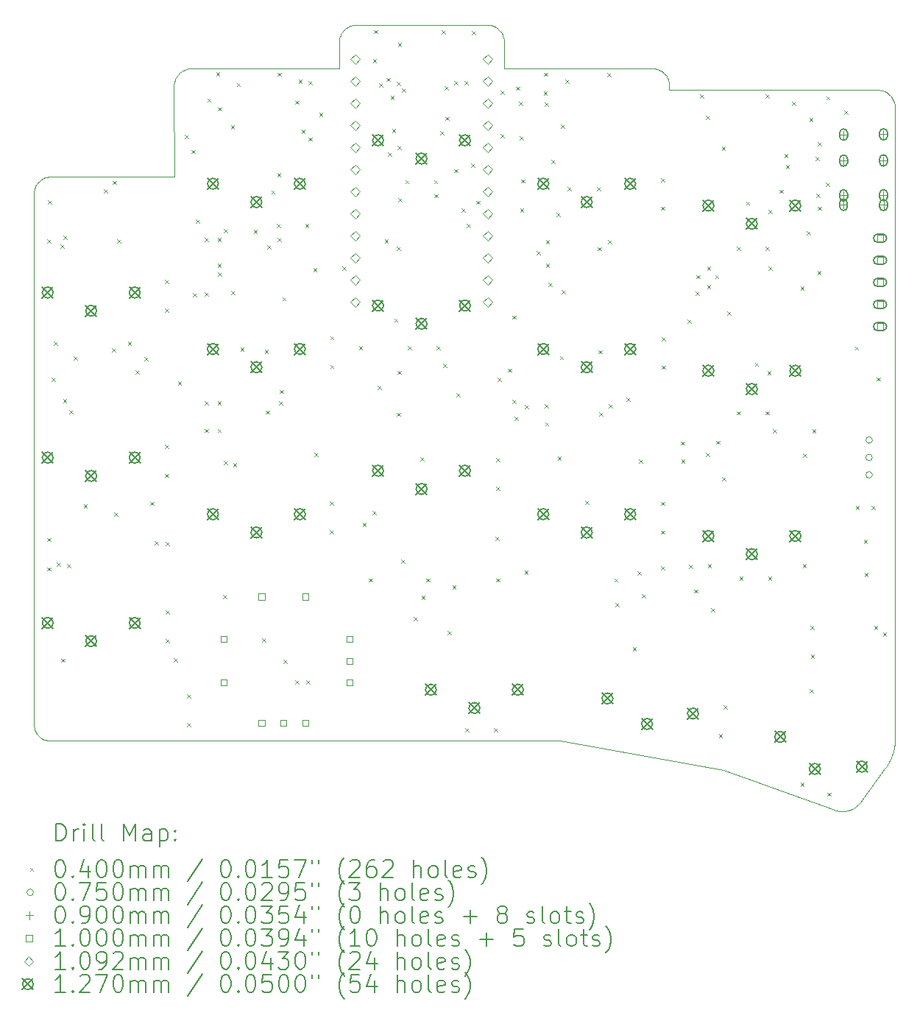
<source format=gbr>
%TF.GenerationSoftware,KiCad,Pcbnew,7.0.8*%
%TF.CreationDate,2023-11-08T13:39:37-05:00*%
%TF.ProjectId,bgkeeb,62676b65-6562-42e6-9b69-6361645f7063,rev?*%
%TF.SameCoordinates,Original*%
%TF.FileFunction,Drillmap*%
%TF.FilePolarity,Positive*%
%FSLAX45Y45*%
G04 Gerber Fmt 4.5, Leading zero omitted, Abs format (unit mm)*
G04 Created by KiCad (PCBNEW 7.0.8) date 2023-11-08 13:39:37*
%MOMM*%
%LPD*%
G01*
G04 APERTURE LIST*
%ADD10C,0.100000*%
%ADD11C,0.200000*%
%ADD12C,0.040000*%
%ADD13C,0.075000*%
%ADD14C,0.090000*%
%ADD15C,0.109220*%
%ADD16C,0.127000*%
G04 APERTURE END LIST*
D10*
X8950153Y-3308758D02*
X8950302Y-3298625D01*
X8950954Y-3288556D01*
X8952099Y-3278569D01*
X8953733Y-3268681D01*
X8957082Y-3254070D01*
X8961490Y-3239777D01*
X8966934Y-3225859D01*
X8973389Y-3212373D01*
X8980833Y-3199378D01*
X8986333Y-3191014D01*
X8992256Y-3182911D01*
X8998593Y-3175086D01*
X9005340Y-3167554D01*
X9008864Y-3163904D01*
X9008864Y-3163904D02*
X9016171Y-3156882D01*
X9023785Y-3150261D01*
X9031688Y-3144049D01*
X9039865Y-3138254D01*
X9052605Y-3130356D01*
X9065864Y-3123433D01*
X9079585Y-3117510D01*
X9093711Y-3112611D01*
X9108183Y-3108758D01*
X9117997Y-3106784D01*
X9127922Y-3105292D01*
X9137942Y-3104291D01*
X9148041Y-3103787D01*
X9153114Y-3103724D01*
X7262752Y-3603596D02*
X8953149Y-3603596D01*
X10847989Y-3603596D02*
X12549425Y-3603596D01*
X12691971Y-3663447D02*
X12698812Y-3670780D01*
X12708312Y-3682335D01*
X12716879Y-3694506D01*
X12724489Y-3707235D01*
X12731121Y-3720465D01*
X12736750Y-3734137D01*
X12741354Y-3748194D01*
X12744910Y-3762579D01*
X12747395Y-3777233D01*
X12748787Y-3792099D01*
X12749096Y-3802100D01*
X12749062Y-3807120D01*
X7111298Y-3666501D02*
X7118985Y-3659158D01*
X7126991Y-3652236D01*
X7135300Y-3645742D01*
X7143893Y-3639683D01*
X7152752Y-3634067D01*
X7161860Y-3628901D01*
X7171200Y-3624192D01*
X7180753Y-3619947D01*
X7190502Y-3616175D01*
X7200429Y-3612881D01*
X7210518Y-3610074D01*
X7220749Y-3607762D01*
X7231106Y-3605950D01*
X7241570Y-3604647D01*
X7252125Y-3603860D01*
X7262752Y-3603596D01*
X15144039Y-3853786D02*
X15154512Y-3854050D01*
X15164847Y-3854836D01*
X15175033Y-3856130D01*
X15185055Y-3857920D01*
X15194901Y-3860193D01*
X15204559Y-3862935D01*
X15223258Y-3869778D01*
X15241048Y-3878348D01*
X15257829Y-3888542D01*
X15273497Y-3900257D01*
X15287950Y-3913392D01*
X15301086Y-3927845D01*
X15312803Y-3943512D01*
X15322998Y-3960291D01*
X15331569Y-3978081D01*
X15338413Y-3996780D01*
X15341156Y-4006437D01*
X15343430Y-4016283D01*
X15345220Y-4026305D01*
X15346515Y-4036491D01*
X15347302Y-4046826D01*
X15347567Y-4057299D01*
X7048977Y-3818197D02*
X7049200Y-3807569D01*
X7049947Y-3797011D01*
X7051209Y-3786542D01*
X7052981Y-3776178D01*
X7055254Y-3765938D01*
X7058022Y-3755839D01*
X7061277Y-3745899D01*
X7065012Y-3736135D01*
X7069220Y-3726566D01*
X7073893Y-3717208D01*
X7079024Y-3708080D01*
X7084606Y-3699199D01*
X7090632Y-3690583D01*
X7097094Y-3682250D01*
X7103985Y-3674216D01*
X7111298Y-3666501D01*
X15348092Y-11305960D02*
X15347973Y-11317914D01*
X15347614Y-11329845D01*
X15347017Y-11341750D01*
X15346182Y-11353624D01*
X15345112Y-11365465D01*
X15343806Y-11377270D01*
X15342266Y-11389034D01*
X15340494Y-11400756D01*
X15338490Y-11412430D01*
X15336255Y-11424055D01*
X15333791Y-11435625D01*
X15331098Y-11447140D01*
X15328178Y-11458593D01*
X15325032Y-11469984D01*
X15321661Y-11481307D01*
X15318066Y-11492561D01*
X15314248Y-11503740D01*
X15310208Y-11514843D01*
X15305948Y-11525865D01*
X15301468Y-11536803D01*
X15296770Y-11547655D01*
X15291855Y-11558416D01*
X15286723Y-11569083D01*
X15281377Y-11579653D01*
X15275816Y-11590122D01*
X15270043Y-11600488D01*
X15264058Y-11610746D01*
X15257862Y-11620893D01*
X15251457Y-11630927D01*
X15244843Y-11640843D01*
X15238022Y-11650639D01*
X15230995Y-11660310D01*
X15347567Y-4057299D02*
X15348092Y-11305960D01*
X13369700Y-11671144D02*
X11493656Y-11340182D01*
X11493656Y-11340182D02*
X5629397Y-11340182D01*
X8953149Y-3603596D02*
X8950153Y-3308758D01*
X15230995Y-11660310D02*
X14943860Y-12047265D01*
X12749062Y-3807120D02*
X12748162Y-3853786D01*
X5628385Y-4852218D02*
X7052975Y-4853784D01*
X12748162Y-3853786D02*
X15144039Y-3853786D01*
X14943860Y-12047265D02*
X14937449Y-12055546D01*
X14930749Y-12063505D01*
X14923773Y-12071137D01*
X14916532Y-12078440D01*
X14909039Y-12085409D01*
X14901304Y-12092042D01*
X14893339Y-12098334D01*
X14885156Y-12104283D01*
X14876767Y-12109885D01*
X14868182Y-12115136D01*
X14859415Y-12120032D01*
X14850477Y-12124571D01*
X14841378Y-12128748D01*
X14832132Y-12132561D01*
X14813240Y-12139078D01*
X14793896Y-12144093D01*
X14784084Y-12146029D01*
X14774193Y-12147579D01*
X14764235Y-12148739D01*
X14754223Y-12149507D01*
X14744167Y-12149878D01*
X14734079Y-12149849D01*
X14723972Y-12149417D01*
X14713856Y-12148578D01*
X14703743Y-12147328D01*
X14693646Y-12145664D01*
X14683575Y-12143583D01*
X14673542Y-12141080D01*
X14663559Y-12138153D01*
X14653638Y-12134798D01*
X10792253Y-3163925D02*
X10799203Y-3171305D01*
X10805748Y-3178989D01*
X10811881Y-3186958D01*
X10817595Y-3195196D01*
X10822884Y-3203686D01*
X10830003Y-3216856D01*
X10836126Y-3230497D01*
X10841228Y-3244551D01*
X10845288Y-3258962D01*
X10847403Y-3268738D01*
X10849037Y-3278630D01*
X10850183Y-3288620D01*
X10850835Y-3298693D01*
X10850984Y-3308830D01*
X14653638Y-12134798D02*
X13369700Y-11671144D01*
X10647952Y-3103724D02*
X10658087Y-3103977D01*
X10668152Y-3104730D01*
X10678131Y-3105978D01*
X10688005Y-3107713D01*
X10697760Y-3109927D01*
X10712128Y-3114132D01*
X10726130Y-3119377D01*
X10739708Y-3125638D01*
X10752804Y-3132891D01*
X10761240Y-3138266D01*
X10769420Y-3144063D01*
X10777327Y-3150277D01*
X10784943Y-3156900D01*
X10792253Y-3163925D01*
X5629397Y-11340182D02*
X5610068Y-11339207D01*
X5591295Y-11336347D01*
X5573173Y-11331696D01*
X5555798Y-11325349D01*
X5539263Y-11317400D01*
X5523664Y-11307943D01*
X5509095Y-11297074D01*
X5495652Y-11284887D01*
X5483429Y-11271477D01*
X5472521Y-11256937D01*
X5463023Y-11241363D01*
X5455029Y-11224850D01*
X5448636Y-11207491D01*
X5443936Y-11189382D01*
X5441026Y-11170617D01*
X5440000Y-11151291D01*
X5440000Y-11151291D02*
X5440000Y-5040890D01*
X5440000Y-5040890D02*
X5440484Y-5026881D01*
X5441998Y-5013030D01*
X5444519Y-4999390D01*
X5448026Y-4986012D01*
X5452498Y-4972951D01*
X5457913Y-4960258D01*
X5464249Y-4947985D01*
X5471484Y-4936186D01*
X5479597Y-4924912D01*
X5488567Y-4914216D01*
X5495012Y-4907432D01*
X5495012Y-4907432D02*
X5505278Y-4897888D01*
X5516159Y-4889185D01*
X5527602Y-4881345D01*
X5539555Y-4874389D01*
X5551964Y-4868339D01*
X5564778Y-4863216D01*
X5577944Y-4859043D01*
X5591410Y-4855842D01*
X5605123Y-4853633D01*
X5619031Y-4852439D01*
X5628385Y-4852218D01*
X12549425Y-3603596D02*
X12559451Y-3603847D01*
X12574353Y-3605157D01*
X12589040Y-3607564D01*
X12603457Y-3611044D01*
X12617545Y-3615574D01*
X12631247Y-3621130D01*
X12644506Y-3627686D01*
X12657266Y-3635220D01*
X12669468Y-3643708D01*
X12681055Y-3653125D01*
X12688411Y-3659907D01*
X12691971Y-3663447D01*
X10850984Y-3308830D02*
X10847989Y-3603596D01*
X9153114Y-3103724D02*
X10647952Y-3103724D01*
X7052975Y-4853784D02*
X7048977Y-3818197D01*
D11*
D12*
X5590259Y-9005840D02*
X5630259Y-9045840D01*
X5630259Y-9005840D02*
X5590259Y-9045840D01*
X5590259Y-9342840D02*
X5630259Y-9382840D01*
X5630259Y-9342840D02*
X5590259Y-9382840D01*
X5595259Y-5568840D02*
X5635259Y-5608840D01*
X5635259Y-5568840D02*
X5595259Y-5608840D01*
X5604139Y-5119950D02*
X5644139Y-5159950D01*
X5644139Y-5119950D02*
X5604139Y-5159950D01*
X5642259Y-7162840D02*
X5682259Y-7202840D01*
X5682259Y-7162840D02*
X5642259Y-7202840D01*
X5671449Y-6745550D02*
X5711449Y-6785550D01*
X5711449Y-6745550D02*
X5671449Y-6785550D01*
X5704469Y-9288090D02*
X5744469Y-9328090D01*
X5744469Y-9288090D02*
X5704469Y-9328090D01*
X5746259Y-5629840D02*
X5786259Y-5669840D01*
X5786259Y-5629840D02*
X5746259Y-5669840D01*
X5754259Y-10393840D02*
X5794259Y-10433840D01*
X5794259Y-10393840D02*
X5754259Y-10433840D01*
X5775589Y-7407220D02*
X5815589Y-7447220D01*
X5815589Y-7407220D02*
X5775589Y-7447220D01*
X5780669Y-5527620D02*
X5820669Y-5567620D01*
X5820669Y-5527620D02*
X5780669Y-5567620D01*
X5820039Y-9304600D02*
X5860039Y-9344600D01*
X5860039Y-9304600D02*
X5820039Y-9344600D01*
X5850259Y-7534840D02*
X5890259Y-7574840D01*
X5890259Y-7534840D02*
X5850259Y-7574840D01*
X5897509Y-6920810D02*
X5937509Y-6960810D01*
X5937509Y-6920810D02*
X5897509Y-6960810D01*
X6013079Y-8621340D02*
X6053079Y-8661340D01*
X6053079Y-8621340D02*
X6013079Y-8661340D01*
X6248029Y-4995490D02*
X6288029Y-5035490D01*
X6288029Y-4995490D02*
X6248029Y-5035490D01*
X6339469Y-6825560D02*
X6379469Y-6865560D01*
X6379469Y-6825560D02*
X6339469Y-6865560D01*
X6344548Y-4897989D02*
X6384548Y-4937989D01*
X6384548Y-4897989D02*
X6344548Y-4937989D01*
X6362329Y-8715320D02*
X6402329Y-8755320D01*
X6402329Y-8715320D02*
X6362329Y-8755320D01*
X6397889Y-5570800D02*
X6437889Y-5610800D01*
X6437889Y-5570800D02*
X6397889Y-5610800D01*
X6521079Y-6746510D02*
X6561079Y-6786510D01*
X6561079Y-6746510D02*
X6521079Y-6786510D01*
X6609979Y-7077020D02*
X6649979Y-7117020D01*
X6649979Y-7077020D02*
X6609979Y-7117020D01*
X6710309Y-6927160D02*
X6750309Y-6967160D01*
X6750309Y-6927160D02*
X6710309Y-6967160D01*
X6778889Y-8590860D02*
X6818889Y-8630860D01*
X6818889Y-8590860D02*
X6778889Y-8630860D01*
X6830959Y-9040440D02*
X6870959Y-9080440D01*
X6870959Y-9040440D02*
X6830959Y-9080440D01*
X6946529Y-6035720D02*
X6986529Y-6075720D01*
X6986529Y-6035720D02*
X6946529Y-6075720D01*
X6946529Y-6367090D02*
X6986529Y-6407090D01*
X6986529Y-6367090D02*
X6946529Y-6407090D01*
X6947799Y-7936910D02*
X6987799Y-7976910D01*
X6987799Y-7936910D02*
X6947799Y-7976910D01*
X6949819Y-8268280D02*
X6989819Y-8308280D01*
X6989819Y-8268280D02*
X6949819Y-8308280D01*
X6957259Y-9050840D02*
X6997259Y-9090840D01*
X6997259Y-9050840D02*
X6957259Y-9090840D01*
X6957959Y-9841910D02*
X6997959Y-9881910D01*
X6997959Y-9841910D02*
X6957959Y-9881910D01*
X6957959Y-10171910D02*
X6997959Y-10211910D01*
X6997959Y-10171910D02*
X6957959Y-10211910D01*
X7047259Y-10391840D02*
X7087259Y-10431840D01*
X7087259Y-10391840D02*
X7047259Y-10431840D01*
X7095119Y-7205290D02*
X7135119Y-7245290D01*
X7135119Y-7205290D02*
X7095119Y-7245290D01*
X7177669Y-4370650D02*
X7217669Y-4410650D01*
X7217669Y-4370650D02*
X7177669Y-4410650D01*
X7199259Y-10805840D02*
X7239259Y-10845840D01*
X7239259Y-10805840D02*
X7199259Y-10845840D01*
X7199259Y-11135840D02*
X7239259Y-11175840D01*
X7239259Y-11135840D02*
X7199259Y-11175840D01*
X7252599Y-4543370D02*
X7292599Y-4583370D01*
X7292599Y-4543370D02*
X7252599Y-4583370D01*
X7271259Y-6186840D02*
X7311259Y-6226840D01*
X7311259Y-6186840D02*
X7271259Y-6226840D01*
X7303259Y-5343840D02*
X7343259Y-5383840D01*
X7343259Y-5343840D02*
X7303259Y-5383840D01*
X7402459Y-5551750D02*
X7442459Y-5591750D01*
X7442459Y-5551750D02*
X7402459Y-5591750D01*
X7407229Y-6181670D02*
X7447229Y-6221670D01*
X7447229Y-6181670D02*
X7407229Y-6221670D01*
X7407229Y-7431350D02*
X7447229Y-7471350D01*
X7447229Y-7431350D02*
X7407229Y-7471350D01*
X7407229Y-7751870D02*
X7447229Y-7791870D01*
X7447229Y-7751870D02*
X7407229Y-7791870D01*
X7434209Y-3950280D02*
X7474209Y-3990280D01*
X7474209Y-3950280D02*
X7434209Y-3990280D01*
X7535809Y-3648596D02*
X7575809Y-3688596D01*
X7575809Y-3648596D02*
X7535809Y-3688596D01*
X7552629Y-5551750D02*
X7592629Y-5591750D01*
X7592629Y-5551750D02*
X7552629Y-5591750D01*
X7552629Y-5848930D02*
X7592629Y-5888930D01*
X7592629Y-5848930D02*
X7552629Y-5888930D01*
X7552629Y-7431350D02*
X7592629Y-7471350D01*
X7592629Y-7431350D02*
X7552629Y-7471350D01*
X7552629Y-7751390D02*
X7592629Y-7791390D01*
X7592629Y-7751390D02*
X7552629Y-7791390D01*
X7558259Y-5953840D02*
X7598259Y-5993840D01*
X7598259Y-5953840D02*
X7558259Y-5993840D01*
X7559259Y-4051840D02*
X7599259Y-4091840D01*
X7599259Y-4051840D02*
X7559259Y-4091840D01*
X7615259Y-9659840D02*
X7655259Y-9699840D01*
X7655259Y-9659840D02*
X7615259Y-9699840D01*
X7624709Y-8117150D02*
X7664709Y-8157150D01*
X7664709Y-8117150D02*
X7624709Y-8157150D01*
X7625259Y-5455840D02*
X7665259Y-5495840D01*
X7665259Y-5455840D02*
X7625259Y-5495840D01*
X7705989Y-4258890D02*
X7745989Y-4298890D01*
X7745989Y-4258890D02*
X7705989Y-4298890D01*
X7709799Y-6161350D02*
X7749799Y-6201350D01*
X7749799Y-6161350D02*
X7709799Y-6201350D01*
X7730119Y-8147630D02*
X7770119Y-8187630D01*
X7770119Y-8147630D02*
X7730119Y-8187630D01*
X7773299Y-3773047D02*
X7813299Y-3813047D01*
X7813299Y-3773047D02*
X7773299Y-3813047D01*
X7815259Y-6816840D02*
X7855259Y-6856840D01*
X7855259Y-6816840D02*
X7815259Y-6856840D01*
X7968259Y-5458840D02*
X8008259Y-5498840D01*
X8008259Y-5458840D02*
X7968259Y-5498840D01*
X8062859Y-10158040D02*
X8102859Y-10198040D01*
X8102859Y-10158040D02*
X8062859Y-10198040D01*
X8094259Y-6838840D02*
X8134259Y-6878840D01*
X8134259Y-6838840D02*
X8094259Y-6878840D01*
X8105259Y-7540840D02*
X8145259Y-7580840D01*
X8145259Y-7540840D02*
X8105259Y-7580840D01*
X8125089Y-5641920D02*
X8165089Y-5681920D01*
X8165089Y-5641920D02*
X8125089Y-5681920D01*
X8171259Y-5007840D02*
X8211259Y-5047840D01*
X8211259Y-5007840D02*
X8171259Y-5047840D01*
X8231869Y-5396810D02*
X8271869Y-5436810D01*
X8271869Y-5396810D02*
X8231869Y-5436810D01*
X8239259Y-4810840D02*
X8279259Y-4850840D01*
X8279259Y-4810840D02*
X8239259Y-4850840D01*
X8241929Y-3653100D02*
X8281929Y-3693100D01*
X8281929Y-3653100D02*
X8241929Y-3693100D01*
X8243199Y-5551750D02*
X8283199Y-5591750D01*
X8283199Y-5551750D02*
X8243199Y-5591750D01*
X8260979Y-7431350D02*
X8300979Y-7471350D01*
X8300979Y-7431350D02*
X8260979Y-7471350D01*
X8271259Y-7302840D02*
X8311259Y-7342840D01*
X8311259Y-7302840D02*
X8271259Y-7342840D01*
X8297259Y-6236840D02*
X8337259Y-6276840D01*
X8337259Y-6236840D02*
X8297259Y-6276840D01*
X8309239Y-10406960D02*
X8349239Y-10446960D01*
X8349239Y-10406960D02*
X8309239Y-10446960D01*
X8443859Y-3975680D02*
X8483859Y-4015680D01*
X8483859Y-3975680D02*
X8443859Y-4015680D01*
X8443859Y-10640640D02*
X8483859Y-10680640D01*
X8483859Y-10640640D02*
X8443859Y-10680640D01*
X8484499Y-3732150D02*
X8524499Y-3772150D01*
X8524499Y-3732150D02*
X8484499Y-3772150D01*
X8517519Y-4309690D02*
X8557519Y-4349690D01*
X8557519Y-4309690D02*
X8517519Y-4349690D01*
X8561869Y-5396810D02*
X8601869Y-5436810D01*
X8601869Y-5396810D02*
X8561869Y-5436810D01*
X8570859Y-10640640D02*
X8610859Y-10680640D01*
X8610859Y-10640640D02*
X8570859Y-10680640D01*
X8601339Y-3748350D02*
X8641339Y-3788350D01*
X8641339Y-3748350D02*
X8601339Y-3788350D01*
X8601339Y-4398590D02*
X8641339Y-4438590D01*
X8641339Y-4398590D02*
X8601339Y-4438590D01*
X8654044Y-5900365D02*
X8694044Y-5940365D01*
X8694044Y-5900365D02*
X8654044Y-5940365D01*
X8665209Y-8026611D02*
X8705209Y-8066611D01*
X8705209Y-8026611D02*
X8665209Y-8066611D01*
X8720719Y-4116650D02*
X8760719Y-4156650D01*
X8760719Y-4116650D02*
X8720719Y-4156650D01*
X8841369Y-8587150D02*
X8881369Y-8627150D01*
X8881369Y-8587150D02*
X8841369Y-8627150D01*
X8841369Y-8917150D02*
X8881369Y-8957150D01*
X8881369Y-8917150D02*
X8841369Y-8957150D01*
X8847719Y-6685960D02*
X8887719Y-6725960D01*
X8887719Y-6685960D02*
X8847719Y-6725960D01*
X8847719Y-7015960D02*
X8887719Y-7055960D01*
X8887719Y-7015960D02*
X8847719Y-7055960D01*
X8987259Y-5887840D02*
X9027259Y-5927840D01*
X9027259Y-5887840D02*
X8987259Y-5927840D01*
X9178879Y-6800160D02*
X9218879Y-6840160D01*
X9218879Y-6800160D02*
X9178879Y-6840160D01*
X9221099Y-8829620D02*
X9261099Y-8869620D01*
X9261099Y-8829620D02*
X9221099Y-8869620D01*
X9293489Y-9470970D02*
X9333489Y-9510970D01*
X9333489Y-9470970D02*
X9293489Y-9510970D01*
X9337939Y-8696270D02*
X9377939Y-8736270D01*
X9377939Y-8696270D02*
X9337939Y-8736270D01*
X9338759Y-3495340D02*
X9378759Y-3535340D01*
X9378759Y-3495340D02*
X9338759Y-3535340D01*
X9350639Y-3162880D02*
X9390639Y-3202880D01*
X9390639Y-3162880D02*
X9350639Y-3202880D01*
X9394259Y-7258840D02*
X9434259Y-7298840D01*
X9434259Y-7258840D02*
X9394259Y-7298840D01*
X9410259Y-3774840D02*
X9450259Y-3814840D01*
X9450259Y-3774840D02*
X9410259Y-3814840D01*
X9475099Y-5574300D02*
X9515099Y-5614300D01*
X9515099Y-5574300D02*
X9475099Y-5614300D01*
X9495259Y-3712840D02*
X9535259Y-3752840D01*
X9535259Y-3712840D02*
X9495259Y-3752840D01*
X9511259Y-4572840D02*
X9551259Y-4612840D01*
X9551259Y-4572840D02*
X9511259Y-4612840D01*
X9543679Y-3921070D02*
X9583679Y-3961070D01*
X9583679Y-3921070D02*
X9543679Y-3961070D01*
X9559259Y-4302840D02*
X9599259Y-4342840D01*
X9599259Y-4302840D02*
X9559259Y-4342840D01*
X9584259Y-6482840D02*
X9624259Y-6522840D01*
X9624259Y-6482840D02*
X9584259Y-6522840D01*
X9612259Y-3757240D02*
X9652259Y-3797240D01*
X9652259Y-3757240D02*
X9612259Y-3797240D01*
X9612259Y-7565970D02*
X9652259Y-7605970D01*
X9652259Y-7565970D02*
X9612259Y-7605970D01*
X9616069Y-5653350D02*
X9656069Y-5693350D01*
X9656069Y-5653350D02*
X9616069Y-5693350D01*
X9622419Y-7082410D02*
X9662419Y-7122410D01*
X9662419Y-7082410D02*
X9622419Y-7122410D01*
X9626259Y-4498840D02*
X9666259Y-4538840D01*
X9666259Y-4498840D02*
X9626259Y-4538840D01*
X9628259Y-3311840D02*
X9668259Y-3351840D01*
X9668259Y-3311840D02*
X9628259Y-3351840D01*
X9632259Y-5099840D02*
X9672259Y-5139840D01*
X9672259Y-5099840D02*
X9632259Y-5139840D01*
X9668139Y-9252530D02*
X9708139Y-9292530D01*
X9708139Y-9252530D02*
X9668139Y-9292530D01*
X9673310Y-3836441D02*
X9713310Y-3876441D01*
X9713310Y-3836441D02*
X9673310Y-3876441D01*
X9712689Y-4890080D02*
X9752689Y-4930080D01*
X9752689Y-4890080D02*
X9712689Y-4930080D01*
X9743169Y-6800160D02*
X9783169Y-6840160D01*
X9783169Y-6800160D02*
X9743169Y-6840160D01*
X9807839Y-9916740D02*
X9847839Y-9956740D01*
X9847839Y-9916740D02*
X9807839Y-9956740D01*
X9883259Y-8079840D02*
X9923259Y-8119840D01*
X9923259Y-8079840D02*
X9883259Y-8119840D01*
X9899259Y-9668840D02*
X9939259Y-9708840D01*
X9939259Y-9668840D02*
X9899259Y-9708840D01*
X9954199Y-9470970D02*
X9994199Y-9510970D01*
X9994199Y-9470970D02*
X9954199Y-9510970D01*
X10042689Y-4890080D02*
X10082689Y-4930080D01*
X10082689Y-4890080D02*
X10042689Y-4930080D01*
X10046599Y-5051370D02*
X10086599Y-5091370D01*
X10086599Y-5051370D02*
X10046599Y-5091370D01*
X10073169Y-6800160D02*
X10113169Y-6840160D01*
X10113169Y-6800160D02*
X10073169Y-6840160D01*
X10112259Y-4329840D02*
X10152259Y-4369840D01*
X10152259Y-4329840D02*
X10112259Y-4369840D01*
X10132959Y-3166690D02*
X10172959Y-3206690D01*
X10172959Y-3166690D02*
X10132959Y-3206690D01*
X10150739Y-7003360D02*
X10190739Y-7043360D01*
X10190739Y-7003360D02*
X10150739Y-7043360D01*
X10168259Y-3812840D02*
X10208259Y-3852840D01*
X10208259Y-3812840D02*
X10168259Y-3852840D01*
X10171259Y-4161840D02*
X10211259Y-4201840D01*
X10211259Y-4161840D02*
X10171259Y-4201840D01*
X10200269Y-10072950D02*
X10240269Y-10112950D01*
X10240269Y-10072950D02*
X10200269Y-10112950D01*
X10254879Y-9550020D02*
X10294879Y-9590020D01*
X10294879Y-9550020D02*
X10254879Y-9590020D01*
X10275290Y-3751715D02*
X10315290Y-3791715D01*
X10315290Y-3751715D02*
X10275290Y-3791715D01*
X10276259Y-4763840D02*
X10316259Y-4803840D01*
X10316259Y-4763840D02*
X10276259Y-4803840D01*
X10303259Y-7340840D02*
X10343259Y-7380840D01*
X10343259Y-7340840D02*
X10303259Y-7380840D01*
X10359019Y-5213930D02*
X10399019Y-5253930D01*
X10399019Y-5213930D02*
X10359019Y-5253930D01*
X10394259Y-3748840D02*
X10434259Y-3788840D01*
X10434259Y-3748840D02*
X10394259Y-3788840D01*
X10402299Y-11191820D02*
X10442299Y-11231820D01*
X10442299Y-11191820D02*
X10402299Y-11231820D01*
X10419259Y-5392840D02*
X10459259Y-5432840D01*
X10459259Y-5392840D02*
X10419259Y-5432840D01*
X10471259Y-4699840D02*
X10511259Y-4739840D01*
X10511259Y-4699840D02*
X10471259Y-4739840D01*
X10480939Y-3178120D02*
X10520939Y-3218120D01*
X10520939Y-3178120D02*
X10480939Y-3218120D01*
X10526259Y-5127840D02*
X10566259Y-5167840D01*
X10566259Y-5127840D02*
X10526259Y-5167840D01*
X10732299Y-11191820D02*
X10772299Y-11231820D01*
X10772299Y-11191820D02*
X10732299Y-11231820D01*
X10749259Y-8991840D02*
X10789259Y-9031840D01*
X10789259Y-8991840D02*
X10749259Y-9031840D01*
X10755259Y-8086770D02*
X10795259Y-8126770D01*
X10795259Y-8086770D02*
X10755259Y-8126770D01*
X10755259Y-8416770D02*
X10795259Y-8456770D01*
X10795259Y-8416770D02*
X10755259Y-8456770D01*
X10755259Y-9470970D02*
X10795259Y-9510970D01*
X10795259Y-9470970D02*
X10755259Y-9510970D01*
X10773039Y-7164650D02*
X10813039Y-7204650D01*
X10813039Y-7164650D02*
X10773039Y-7204650D01*
X10807259Y-3859840D02*
X10847259Y-3899840D01*
X10847259Y-3859840D02*
X10807259Y-3899840D01*
X10807259Y-4362840D02*
X10847259Y-4402840D01*
X10847259Y-4362840D02*
X10807259Y-4402840D01*
X10890531Y-7057319D02*
X10930531Y-7097319D01*
X10930531Y-7057319D02*
X10890531Y-7097319D01*
X10945759Y-7414840D02*
X10985759Y-7454840D01*
X10985759Y-7414840D02*
X10945759Y-7454840D01*
X10946259Y-6448840D02*
X10986259Y-6488840D01*
X10986259Y-6448840D02*
X10946259Y-6488840D01*
X10972429Y-7609150D02*
X11012429Y-7649150D01*
X11012429Y-7609150D02*
X10972429Y-7649150D01*
X10986399Y-3815660D02*
X11026399Y-3855660D01*
X11026399Y-3815660D02*
X10986399Y-3855660D01*
X11021259Y-3987840D02*
X11061259Y-4027840D01*
X11061259Y-3987840D02*
X11021259Y-4027840D01*
X11027039Y-4385890D02*
X11067039Y-4425890D01*
X11067039Y-4385890D02*
X11027039Y-4425890D01*
X11032259Y-5217840D02*
X11072259Y-5257840D01*
X11072259Y-5217840D02*
X11032259Y-5257840D01*
X11047929Y-4881510D02*
X11087929Y-4921510D01*
X11087929Y-4881510D02*
X11047929Y-4921510D01*
X11084189Y-9383340D02*
X11124189Y-9423340D01*
X11124189Y-9383340D02*
X11084189Y-9423340D01*
X11085443Y-7475817D02*
X11125443Y-7515817D01*
X11125443Y-7475817D02*
X11085443Y-7515817D01*
X11224259Y-5709840D02*
X11264259Y-5749840D01*
X11264259Y-5709840D02*
X11224259Y-5749840D01*
X11303899Y-3871540D02*
X11343899Y-3911540D01*
X11343899Y-3871540D02*
X11303899Y-3911540D01*
X11307709Y-3654370D02*
X11347709Y-3694370D01*
X11347709Y-3654370D02*
X11307709Y-3694370D01*
X11317869Y-7469450D02*
X11357869Y-7509450D01*
X11357869Y-7469450D02*
X11317869Y-7509450D01*
X11319259Y-3995840D02*
X11359259Y-4035840D01*
X11359259Y-3995840D02*
X11319259Y-4035840D01*
X11320259Y-7674840D02*
X11360259Y-7714840D01*
X11360259Y-7674840D02*
X11320259Y-7714840D01*
X11328339Y-5580960D02*
X11368339Y-5620960D01*
X11368339Y-5580960D02*
X11328339Y-5620960D01*
X11328339Y-5854010D02*
X11368339Y-5894010D01*
X11368339Y-5854010D02*
X11328339Y-5894010D01*
X11359259Y-6070840D02*
X11399259Y-6110840D01*
X11399259Y-6070840D02*
X11359259Y-6110840D01*
X11393259Y-4656840D02*
X11433259Y-4696840D01*
X11433259Y-4656840D02*
X11393259Y-4696840D01*
X11449259Y-5266840D02*
X11489259Y-5306840D01*
X11489259Y-5266840D02*
X11449259Y-5306840D01*
X11465189Y-8067620D02*
X11505189Y-8107620D01*
X11505189Y-8067620D02*
X11465189Y-8107620D01*
X11489259Y-6912840D02*
X11529259Y-6952840D01*
X11529259Y-6912840D02*
X11489259Y-6952840D01*
X11502019Y-4253810D02*
X11542019Y-4293810D01*
X11542019Y-4253810D02*
X11502019Y-4293810D01*
X11512179Y-6155000D02*
X11552179Y-6195000D01*
X11552179Y-6155000D02*
X11512179Y-6195000D01*
X11556629Y-3733420D02*
X11596629Y-3773420D01*
X11596629Y-3733420D02*
X11556629Y-3773420D01*
X11577259Y-4968840D02*
X11617259Y-5008840D01*
X11617259Y-4968840D02*
X11577259Y-5008840D01*
X11784259Y-8576840D02*
X11824259Y-8616840D01*
X11824259Y-8576840D02*
X11784259Y-8616840D01*
X11915259Y-4969840D02*
X11955259Y-5009840D01*
X11955259Y-4969840D02*
X11915259Y-5009840D01*
X11923659Y-5660010D02*
X11963659Y-5700010D01*
X11963659Y-5660010D02*
X11923659Y-5700010D01*
X11936259Y-6846840D02*
X11976259Y-6886840D01*
X11976259Y-6846840D02*
X11936259Y-6886840D01*
X11940169Y-7559620D02*
X11980169Y-7599620D01*
X11980169Y-7559620D02*
X11940169Y-7599620D01*
X12036689Y-3655640D02*
X12076689Y-3695640D01*
X12076689Y-3655640D02*
X12036689Y-3695640D01*
X12043039Y-5580960D02*
X12083039Y-5620960D01*
X12083039Y-5580960D02*
X12043039Y-5620960D01*
X12054469Y-7469450D02*
X12094469Y-7509450D01*
X12094469Y-7469450D02*
X12054469Y-7509450D01*
X12117009Y-9470970D02*
X12157009Y-9510970D01*
X12157009Y-9470970D02*
X12117009Y-9510970D01*
X12126859Y-9754440D02*
X12166859Y-9794440D01*
X12166859Y-9754440D02*
X12126859Y-9794440D01*
X12253859Y-7390400D02*
X12293859Y-7430400D01*
X12293859Y-7390400D02*
X12253859Y-7430400D01*
X12328789Y-10264720D02*
X12368789Y-10304720D01*
X12368789Y-10264720D02*
X12328789Y-10304720D01*
X12383399Y-9388420D02*
X12423399Y-9428420D01*
X12423399Y-9388420D02*
X12383399Y-9428420D01*
X12402449Y-8103180D02*
X12442449Y-8143180D01*
X12442449Y-8103180D02*
X12402449Y-8143180D01*
X12432559Y-9652951D02*
X12472559Y-9692951D01*
X12472559Y-9652951D02*
X12432559Y-9692951D01*
X12652639Y-4866050D02*
X12692639Y-4906050D01*
X12692639Y-4866050D02*
X12652639Y-4906050D01*
X12652639Y-5196050D02*
X12692639Y-5236050D01*
X12692639Y-5196050D02*
X12652639Y-5236050D01*
X12653909Y-8589690D02*
X12693909Y-8629690D01*
X12693909Y-8589690D02*
X12653909Y-8629690D01*
X12653909Y-8919690D02*
X12693909Y-8959690D01*
X12693909Y-8919690D02*
X12653909Y-8959690D01*
X12656259Y-9333840D02*
X12696259Y-9373840D01*
X12696259Y-9333840D02*
X12656259Y-9373840D01*
X12660259Y-6694850D02*
X12700259Y-6734850D01*
X12700259Y-6694850D02*
X12660259Y-6734850D01*
X12660259Y-7024850D02*
X12700259Y-7064850D01*
X12700259Y-7024850D02*
X12660259Y-7064850D01*
X12885259Y-7895840D02*
X12925259Y-7935840D01*
X12925259Y-7895840D02*
X12885259Y-7935840D01*
X12886319Y-8103180D02*
X12926319Y-8143180D01*
X12926319Y-8103180D02*
X12886319Y-8143180D01*
X12958259Y-6494840D02*
X12998259Y-6534840D01*
X12998259Y-6494840D02*
X12958259Y-6534840D01*
X12979029Y-9313490D02*
X13019029Y-9353490D01*
X13019029Y-9313490D02*
X12979029Y-9353490D01*
X13036179Y-9597970D02*
X13076179Y-9637970D01*
X13076179Y-9597970D02*
X13036179Y-9637970D01*
X13051259Y-6171840D02*
X13091259Y-6211840D01*
X13091259Y-6171840D02*
X13051259Y-6211840D01*
X13058259Y-5981840D02*
X13098259Y-6021840D01*
X13098259Y-5981840D02*
X13058259Y-6021840D01*
X13102219Y-3903030D02*
X13142219Y-3943030D01*
X13142219Y-3903030D02*
X13102219Y-3943030D01*
X13168259Y-4150940D02*
X13208259Y-4190940D01*
X13208259Y-4150940D02*
X13168259Y-4190940D01*
X13172069Y-8024650D02*
X13212069Y-8064650D01*
X13212069Y-8024650D02*
X13172069Y-8064650D01*
X13182539Y-5885760D02*
X13222539Y-5925760D01*
X13222539Y-5885760D02*
X13182539Y-5925760D01*
X13182539Y-6096580D02*
X13222539Y-6136580D01*
X13222539Y-6096580D02*
X13182539Y-6136580D01*
X13192996Y-9307804D02*
X13232996Y-9347804D01*
X13232996Y-9307804D02*
X13192996Y-9347804D01*
X13229219Y-9811330D02*
X13269219Y-9851330D01*
X13269219Y-9811330D02*
X13229219Y-9851330D01*
X13277259Y-5981840D02*
X13317259Y-6021840D01*
X13317259Y-5981840D02*
X13277259Y-6021840D01*
X13288259Y-7886840D02*
X13328259Y-7926840D01*
X13328259Y-7886840D02*
X13288259Y-7926840D01*
X13318119Y-11259130D02*
X13358119Y-11299130D01*
X13358119Y-11259130D02*
X13318119Y-11299130D01*
X13353679Y-4505270D02*
X13393679Y-4545270D01*
X13393679Y-4505270D02*
X13353679Y-4545270D01*
X13357489Y-8305110D02*
X13397489Y-8345110D01*
X13397489Y-8305110D02*
X13357489Y-8345110D01*
X13374711Y-10934077D02*
X13414711Y-10974077D01*
X13414711Y-10934077D02*
X13374711Y-10974077D01*
X13413369Y-6400110D02*
X13453369Y-6440110D01*
X13453369Y-6400110D02*
X13413369Y-6440110D01*
X13525229Y-5653350D02*
X13565229Y-5693350D01*
X13565229Y-5653350D02*
X13525229Y-5693350D01*
X13527769Y-7549460D02*
X13567769Y-7589460D01*
X13567769Y-7549460D02*
X13527769Y-7589460D01*
X13555709Y-9449380D02*
X13595709Y-9489380D01*
X13595709Y-9449380D02*
X13555709Y-9489380D01*
X13633108Y-5135219D02*
X13673108Y-5175219D01*
X13673108Y-5135219D02*
X13633108Y-5175219D01*
X13734259Y-6988840D02*
X13774259Y-7028840D01*
X13774259Y-6988840D02*
X13734259Y-7028840D01*
X13854059Y-3903030D02*
X13894059Y-3943030D01*
X13894059Y-3903030D02*
X13854059Y-3943030D01*
X13855229Y-5653350D02*
X13895229Y-5693350D01*
X13895229Y-5653350D02*
X13855229Y-5693350D01*
X13857769Y-7549460D02*
X13897769Y-7589460D01*
X13897769Y-7549460D02*
X13857769Y-7589460D01*
X13878259Y-7084840D02*
X13918259Y-7124840D01*
X13918259Y-7084840D02*
X13878259Y-7124840D01*
X13885709Y-9449380D02*
X13925709Y-9489380D01*
X13925709Y-9449380D02*
X13885709Y-9489380D01*
X13888259Y-5233840D02*
X13928259Y-5273840D01*
X13928259Y-5233840D02*
X13888259Y-5273840D01*
X13893429Y-5885760D02*
X13933429Y-5925760D01*
X13933429Y-5885760D02*
X13893429Y-5925760D01*
X13944229Y-7753930D02*
X13984229Y-7793930D01*
X13984229Y-7753930D02*
X13944229Y-7793930D01*
X14016259Y-5000840D02*
X14056259Y-5040840D01*
X14056259Y-5000840D02*
X14016259Y-5040840D01*
X14073259Y-4588840D02*
X14113259Y-4628840D01*
X14113259Y-4588840D02*
X14073259Y-4628840D01*
X14089259Y-4717840D02*
X14129259Y-4757840D01*
X14129259Y-4717840D02*
X14089259Y-4757840D01*
X14163939Y-3987170D02*
X14203939Y-4027170D01*
X14203939Y-3987170D02*
X14163939Y-4027170D01*
X14257810Y-11822457D02*
X14297810Y-11862457D01*
X14297810Y-11822457D02*
X14257810Y-11862457D01*
X14259259Y-6115840D02*
X14299259Y-6155840D01*
X14299259Y-6115840D02*
X14259259Y-6155840D01*
X14284589Y-9308410D02*
X14324589Y-9348410D01*
X14324589Y-9308410D02*
X14284589Y-9348410D01*
X14287129Y-8038410D02*
X14327129Y-8078410D01*
X14327129Y-8038410D02*
X14287129Y-8078410D01*
X14331579Y-5479360D02*
X14371579Y-5519360D01*
X14371579Y-5479360D02*
X14331579Y-5519360D01*
X14360259Y-4174840D02*
X14400259Y-4214840D01*
X14400259Y-4174840D02*
X14360259Y-4214840D01*
X14363329Y-10743510D02*
X14403329Y-10783510D01*
X14403329Y-10743510D02*
X14363329Y-10783510D01*
X14370949Y-10015800D02*
X14410949Y-10055800D01*
X14410949Y-10015800D02*
X14370949Y-10055800D01*
X14377299Y-10348540D02*
X14417299Y-10388540D01*
X14417299Y-10348540D02*
X14377299Y-10388540D01*
X14393809Y-7753930D02*
X14433809Y-7793930D01*
X14433809Y-7753930D02*
X14393809Y-7793930D01*
X14429369Y-4623380D02*
X14469369Y-4663380D01*
X14469369Y-4623380D02*
X14429369Y-4663380D01*
X14442069Y-5047560D02*
X14482069Y-5087560D01*
X14482069Y-5047560D02*
X14442069Y-5087560D01*
X14453499Y-5936560D02*
X14493499Y-5976560D01*
X14493499Y-5936560D02*
X14453499Y-5976560D01*
X14455259Y-5193840D02*
X14495259Y-5233840D01*
X14495259Y-5193840D02*
X14455259Y-5233840D01*
X14458259Y-4451840D02*
X14498259Y-4491840D01*
X14498259Y-4451840D02*
X14458259Y-4491840D01*
X14550259Y-4920840D02*
X14590259Y-4960840D01*
X14590259Y-4920840D02*
X14550259Y-4960840D01*
X14555099Y-3924880D02*
X14595099Y-3964880D01*
X14595099Y-3924880D02*
X14555099Y-3964880D01*
X14567909Y-11935324D02*
X14607909Y-11975324D01*
X14607909Y-11935324D02*
X14567909Y-11975324D01*
X14763379Y-4092520D02*
X14803379Y-4132520D01*
X14803379Y-4092520D02*
X14763379Y-4132520D01*
X14886039Y-6804040D02*
X14926039Y-6844040D01*
X14926039Y-6804040D02*
X14886039Y-6844040D01*
X14893109Y-8634040D02*
X14933109Y-8674040D01*
X14933109Y-8634040D02*
X14893109Y-8674040D01*
X14986899Y-9023930D02*
X15026899Y-9063930D01*
X15026899Y-9023930D02*
X14986899Y-9063930D01*
X14994519Y-9406200D02*
X15034519Y-9446200D01*
X15034519Y-9406200D02*
X14994519Y-9446200D01*
X15075609Y-8634040D02*
X15115609Y-8674040D01*
X15115609Y-8634040D02*
X15075609Y-8674040D01*
X15105009Y-10015800D02*
X15145009Y-10055800D01*
X15145009Y-10015800D02*
X15105009Y-10055800D01*
X15134959Y-7159640D02*
X15174959Y-7199640D01*
X15174959Y-7159640D02*
X15134959Y-7199640D01*
X15206609Y-10092000D02*
X15246609Y-10132000D01*
X15246609Y-10092000D02*
X15206609Y-10132000D01*
D13*
X15086199Y-7880000D02*
G75*
G03*
X15086199Y-7880000I-37500J0D01*
G01*
X15086199Y-8080000D02*
G75*
G03*
X15086199Y-8080000I-37500J0D01*
G01*
X15086199Y-8280000D02*
G75*
G03*
X15086199Y-8280000I-37500J0D01*
G01*
D14*
X14754039Y-5128940D02*
X14754039Y-5218940D01*
X14709039Y-5173940D02*
X14799039Y-5173940D01*
D11*
X14709039Y-5153940D02*
X14709039Y-5193940D01*
X14709039Y-5193940D02*
G75*
G03*
X14799039Y-5193940I45000J0D01*
G01*
X14799039Y-5193940D02*
X14799039Y-5153940D01*
X14799039Y-5153940D02*
G75*
G03*
X14709039Y-5153940I-45000J0D01*
G01*
D14*
X14755179Y-4321780D02*
X14755179Y-4411780D01*
X14710179Y-4366780D02*
X14800179Y-4366780D01*
D11*
X14800179Y-4386780D02*
X14800179Y-4346780D01*
X14800179Y-4346780D02*
G75*
G03*
X14710179Y-4346780I-45000J0D01*
G01*
X14710179Y-4346780D02*
X14710179Y-4386780D01*
X14710179Y-4386780D02*
G75*
G03*
X14800179Y-4386780I45000J0D01*
G01*
D14*
X14755179Y-4621780D02*
X14755179Y-4711780D01*
X14710179Y-4666780D02*
X14800179Y-4666780D01*
D11*
X14800179Y-4686780D02*
X14800179Y-4646780D01*
X14800179Y-4646780D02*
G75*
G03*
X14710179Y-4646780I-45000J0D01*
G01*
X14710179Y-4646780D02*
X14710179Y-4686780D01*
X14710179Y-4686780D02*
G75*
G03*
X14800179Y-4686780I45000J0D01*
G01*
D14*
X14755179Y-5021780D02*
X14755179Y-5111780D01*
X14710179Y-5066780D02*
X14800179Y-5066780D01*
D11*
X14800179Y-5086780D02*
X14800179Y-5046780D01*
X14800179Y-5046780D02*
G75*
G03*
X14710179Y-5046780I-45000J0D01*
G01*
X14710179Y-5046780D02*
X14710179Y-5086780D01*
X14710179Y-5086780D02*
G75*
G03*
X14800179Y-5086780I45000J0D01*
G01*
D14*
X15214039Y-4318940D02*
X15214039Y-4408940D01*
X15169039Y-4363940D02*
X15259039Y-4363940D01*
D11*
X15169039Y-4343940D02*
X15169039Y-4383940D01*
X15169039Y-4383940D02*
G75*
G03*
X15259039Y-4383940I45000J0D01*
G01*
X15259039Y-4383940D02*
X15259039Y-4343940D01*
X15259039Y-4343940D02*
G75*
G03*
X15169039Y-4343940I-45000J0D01*
G01*
D14*
X15214039Y-4618940D02*
X15214039Y-4708940D01*
X15169039Y-4663940D02*
X15259039Y-4663940D01*
D11*
X15169039Y-4643940D02*
X15169039Y-4683940D01*
X15169039Y-4683940D02*
G75*
G03*
X15259039Y-4683940I45000J0D01*
G01*
X15259039Y-4683940D02*
X15259039Y-4643940D01*
X15259039Y-4643940D02*
G75*
G03*
X15169039Y-4643940I-45000J0D01*
G01*
D14*
X15214039Y-5018940D02*
X15214039Y-5108940D01*
X15169039Y-5063940D02*
X15259039Y-5063940D01*
D11*
X15169039Y-5043940D02*
X15169039Y-5083940D01*
X15169039Y-5083940D02*
G75*
G03*
X15259039Y-5083940I45000J0D01*
G01*
X15259039Y-5083940D02*
X15259039Y-5043940D01*
X15259039Y-5043940D02*
G75*
G03*
X15169039Y-5043940I-45000J0D01*
G01*
D14*
X15215179Y-5131780D02*
X15215179Y-5221780D01*
X15170179Y-5176780D02*
X15260179Y-5176780D01*
D11*
X15260179Y-5196780D02*
X15260179Y-5156780D01*
X15260179Y-5156780D02*
G75*
G03*
X15170179Y-5156780I-45000J0D01*
G01*
X15170179Y-5156780D02*
X15170179Y-5196780D01*
X15170179Y-5196780D02*
G75*
G03*
X15260179Y-5196780I45000J0D01*
G01*
D10*
X7659515Y-10204696D02*
X7659515Y-10133985D01*
X7588804Y-10133985D01*
X7588804Y-10204696D01*
X7659515Y-10204696D01*
X7659515Y-10704696D02*
X7659515Y-10633985D01*
X7588804Y-10633985D01*
X7588804Y-10704696D01*
X7659515Y-10704696D01*
X8096815Y-9716596D02*
X8096815Y-9645885D01*
X8026104Y-9645885D01*
X8026104Y-9716596D01*
X8096815Y-9716596D01*
X8096815Y-11166596D02*
X8096815Y-11095885D01*
X8026104Y-11095885D01*
X8026104Y-11166596D01*
X8096815Y-11166596D01*
X8346815Y-11166596D02*
X8346815Y-11095885D01*
X8276104Y-11095885D01*
X8276104Y-11166596D01*
X8346815Y-11166596D01*
X8596815Y-9716596D02*
X8596815Y-9645885D01*
X8526104Y-9645885D01*
X8526104Y-9716596D01*
X8596815Y-9716596D01*
X8596815Y-11166596D02*
X8596815Y-11095885D01*
X8526104Y-11095885D01*
X8526104Y-11166596D01*
X8596815Y-11166596D01*
X9109515Y-10204696D02*
X9109515Y-10133985D01*
X9038804Y-10133985D01*
X9038804Y-10204696D01*
X9109515Y-10204696D01*
X9109515Y-10454696D02*
X9109515Y-10383985D01*
X9038804Y-10383985D01*
X9038804Y-10454696D01*
X9109515Y-10454696D01*
X9109515Y-10704696D02*
X9109515Y-10633985D01*
X9038804Y-10633985D01*
X9038804Y-10704696D01*
X9109515Y-10704696D01*
X15209895Y-5593136D02*
X15209895Y-5522425D01*
X15139184Y-5522425D01*
X15139184Y-5593136D01*
X15209895Y-5593136D01*
D11*
X15199539Y-5507780D02*
X15149539Y-5507780D01*
X15149539Y-5507780D02*
G75*
G03*
X15149539Y-5607780I0J-50000D01*
G01*
X15149539Y-5607780D02*
X15199539Y-5607780D01*
X15199539Y-5607780D02*
G75*
G03*
X15199539Y-5507780I0J50000D01*
G01*
D10*
X15209895Y-5847136D02*
X15209895Y-5776425D01*
X15139184Y-5776425D01*
X15139184Y-5847136D01*
X15209895Y-5847136D01*
D11*
X15149539Y-5861780D02*
X15199539Y-5861780D01*
X15199539Y-5861780D02*
G75*
G03*
X15199539Y-5761780I0J50000D01*
G01*
X15199539Y-5761780D02*
X15149539Y-5761780D01*
X15149539Y-5761780D02*
G75*
G03*
X15149539Y-5861780I0J-50000D01*
G01*
D10*
X15209895Y-6101136D02*
X15209895Y-6030425D01*
X15139184Y-6030425D01*
X15139184Y-6101136D01*
X15209895Y-6101136D01*
D11*
X15149539Y-6115780D02*
X15199539Y-6115780D01*
X15199539Y-6115780D02*
G75*
G03*
X15199539Y-6015780I0J50000D01*
G01*
X15199539Y-6015780D02*
X15149539Y-6015780D01*
X15149539Y-6015780D02*
G75*
G03*
X15149539Y-6115780I0J-50000D01*
G01*
D10*
X15209895Y-6355136D02*
X15209895Y-6284425D01*
X15139184Y-6284425D01*
X15139184Y-6355136D01*
X15209895Y-6355136D01*
D11*
X15149539Y-6369780D02*
X15199539Y-6369780D01*
X15199539Y-6369780D02*
G75*
G03*
X15199539Y-6269780I0J50000D01*
G01*
X15199539Y-6269780D02*
X15149539Y-6269780D01*
X15149539Y-6269780D02*
G75*
G03*
X15149539Y-6369780I0J-50000D01*
G01*
D10*
X15209895Y-6609136D02*
X15209895Y-6538425D01*
X15139184Y-6538425D01*
X15139184Y-6609136D01*
X15209895Y-6609136D01*
D11*
X15149539Y-6623780D02*
X15199539Y-6623780D01*
X15199539Y-6623780D02*
G75*
G03*
X15199539Y-6523780I0J50000D01*
G01*
X15199539Y-6523780D02*
X15149539Y-6523780D01*
X15149539Y-6523780D02*
G75*
G03*
X15149539Y-6623780I0J-50000D01*
G01*
D15*
X9136959Y-3552450D02*
X9191569Y-3497840D01*
X9136959Y-3443230D01*
X9082349Y-3497840D01*
X9136959Y-3552450D01*
X9136959Y-3806450D02*
X9191569Y-3751840D01*
X9136959Y-3697230D01*
X9082349Y-3751840D01*
X9136959Y-3806450D01*
X9136959Y-4060450D02*
X9191569Y-4005840D01*
X9136959Y-3951230D01*
X9082349Y-4005840D01*
X9136959Y-4060450D01*
X9136959Y-4314450D02*
X9191569Y-4259840D01*
X9136959Y-4205230D01*
X9082349Y-4259840D01*
X9136959Y-4314450D01*
X9136959Y-4568450D02*
X9191569Y-4513840D01*
X9136959Y-4459230D01*
X9082349Y-4513840D01*
X9136959Y-4568450D01*
X9136959Y-4822450D02*
X9191569Y-4767840D01*
X9136959Y-4713230D01*
X9082349Y-4767840D01*
X9136959Y-4822450D01*
X9136959Y-5076450D02*
X9191569Y-5021840D01*
X9136959Y-4967230D01*
X9082349Y-5021840D01*
X9136959Y-5076450D01*
X9136959Y-5330450D02*
X9191569Y-5275840D01*
X9136959Y-5221230D01*
X9082349Y-5275840D01*
X9136959Y-5330450D01*
X9136959Y-5584450D02*
X9191569Y-5529840D01*
X9136959Y-5475230D01*
X9082349Y-5529840D01*
X9136959Y-5584450D01*
X9136959Y-5838450D02*
X9191569Y-5783840D01*
X9136959Y-5729230D01*
X9082349Y-5783840D01*
X9136959Y-5838450D01*
X9136959Y-6092450D02*
X9191569Y-6037840D01*
X9136959Y-5983230D01*
X9082349Y-6037840D01*
X9136959Y-6092450D01*
X9136959Y-6346450D02*
X9191569Y-6291840D01*
X9136959Y-6237230D01*
X9082349Y-6291840D01*
X9136959Y-6346450D01*
X10660959Y-3552450D02*
X10715569Y-3497840D01*
X10660959Y-3443230D01*
X10606349Y-3497840D01*
X10660959Y-3552450D01*
X10660959Y-3806450D02*
X10715569Y-3751840D01*
X10660959Y-3697230D01*
X10606349Y-3751840D01*
X10660959Y-3806450D01*
X10660959Y-4060450D02*
X10715569Y-4005840D01*
X10660959Y-3951230D01*
X10606349Y-4005840D01*
X10660959Y-4060450D01*
X10660959Y-4314450D02*
X10715569Y-4259840D01*
X10660959Y-4205230D01*
X10606349Y-4259840D01*
X10660959Y-4314450D01*
X10660959Y-4568450D02*
X10715569Y-4513840D01*
X10660959Y-4459230D01*
X10606349Y-4513840D01*
X10660959Y-4568450D01*
X10660959Y-4822450D02*
X10715569Y-4767840D01*
X10660959Y-4713230D01*
X10606349Y-4767840D01*
X10660959Y-4822450D01*
X10660959Y-5076450D02*
X10715569Y-5021840D01*
X10660959Y-4967230D01*
X10606349Y-5021840D01*
X10660959Y-5076450D01*
X10660959Y-5330450D02*
X10715569Y-5275840D01*
X10660959Y-5221230D01*
X10606349Y-5275840D01*
X10660959Y-5330450D01*
X10660959Y-5584450D02*
X10715569Y-5529840D01*
X10660959Y-5475230D01*
X10606349Y-5529840D01*
X10660959Y-5584450D01*
X10660959Y-5838450D02*
X10715569Y-5783840D01*
X10660959Y-5729230D01*
X10606349Y-5783840D01*
X10660959Y-5838450D01*
X10660959Y-6092450D02*
X10715569Y-6037840D01*
X10660959Y-5983230D01*
X10606349Y-6037840D01*
X10660959Y-6092450D01*
X10660959Y-6346450D02*
X10715569Y-6291840D01*
X10660959Y-6237230D01*
X10606349Y-6291840D01*
X10660959Y-6346450D01*
D16*
X5536259Y-9919149D02*
X5663259Y-10046149D01*
X5663259Y-9919149D02*
X5536259Y-10046149D01*
X5663259Y-9982649D02*
G75*
G03*
X5663259Y-9982649I-63500J0D01*
G01*
X5536259Y-6119149D02*
X5663259Y-6246149D01*
X5663259Y-6119149D02*
X5536259Y-6246149D01*
X5663259Y-6182649D02*
G75*
G03*
X5663259Y-6182649I-63500J0D01*
G01*
X5536259Y-8019149D02*
X5663259Y-8146149D01*
X5663259Y-8019149D02*
X5536259Y-8146149D01*
X5663259Y-8082649D02*
G75*
G03*
X5663259Y-8082649I-63500J0D01*
G01*
X6036259Y-10129149D02*
X6163259Y-10256149D01*
X6163259Y-10129149D02*
X6036259Y-10256149D01*
X6163259Y-10192649D02*
G75*
G03*
X6163259Y-10192649I-63500J0D01*
G01*
X6036259Y-6329149D02*
X6163259Y-6456149D01*
X6163259Y-6329149D02*
X6036259Y-6456149D01*
X6163259Y-6392649D02*
G75*
G03*
X6163259Y-6392649I-63500J0D01*
G01*
X6036259Y-8229149D02*
X6163259Y-8356149D01*
X6163259Y-8229149D02*
X6036259Y-8356149D01*
X6163259Y-8292649D02*
G75*
G03*
X6163259Y-8292649I-63500J0D01*
G01*
X6536259Y-9919149D02*
X6663259Y-10046149D01*
X6663259Y-9919149D02*
X6536259Y-10046149D01*
X6663259Y-9982649D02*
G75*
G03*
X6663259Y-9982649I-63500J0D01*
G01*
X6536259Y-6119149D02*
X6663259Y-6246149D01*
X6663259Y-6119149D02*
X6536259Y-6246149D01*
X6663259Y-6182649D02*
G75*
G03*
X6663259Y-6182649I-63500J0D01*
G01*
X6536259Y-8019149D02*
X6663259Y-8146149D01*
X6663259Y-8019149D02*
X6536259Y-8146149D01*
X6663259Y-8082649D02*
G75*
G03*
X6663259Y-8082649I-63500J0D01*
G01*
X7436259Y-8669149D02*
X7563259Y-8796149D01*
X7563259Y-8669149D02*
X7436259Y-8796149D01*
X7563259Y-8732649D02*
G75*
G03*
X7563259Y-8732649I-63500J0D01*
G01*
X7436259Y-4869149D02*
X7563259Y-4996149D01*
X7563259Y-4869149D02*
X7436259Y-4996149D01*
X7563259Y-4932649D02*
G75*
G03*
X7563259Y-4932649I-63500J0D01*
G01*
X7436259Y-6769149D02*
X7563259Y-6896149D01*
X7563259Y-6769149D02*
X7436259Y-6896149D01*
X7563259Y-6832649D02*
G75*
G03*
X7563259Y-6832649I-63500J0D01*
G01*
X7936259Y-8879149D02*
X8063259Y-9006149D01*
X8063259Y-8879149D02*
X7936259Y-9006149D01*
X8063259Y-8942649D02*
G75*
G03*
X8063259Y-8942649I-63500J0D01*
G01*
X7936259Y-5079149D02*
X8063259Y-5206149D01*
X8063259Y-5079149D02*
X7936259Y-5206149D01*
X8063259Y-5142649D02*
G75*
G03*
X8063259Y-5142649I-63500J0D01*
G01*
X7936259Y-6979149D02*
X8063259Y-7106149D01*
X8063259Y-6979149D02*
X7936259Y-7106149D01*
X8063259Y-7042649D02*
G75*
G03*
X8063259Y-7042649I-63500J0D01*
G01*
X8436259Y-8669149D02*
X8563259Y-8796149D01*
X8563259Y-8669149D02*
X8436259Y-8796149D01*
X8563259Y-8732649D02*
G75*
G03*
X8563259Y-8732649I-63500J0D01*
G01*
X8436259Y-4869149D02*
X8563259Y-4996149D01*
X8563259Y-4869149D02*
X8436259Y-4996149D01*
X8563259Y-4932649D02*
G75*
G03*
X8563259Y-4932649I-63500J0D01*
G01*
X8436259Y-6769149D02*
X8563259Y-6896149D01*
X8563259Y-6769149D02*
X8436259Y-6896149D01*
X8563259Y-6832649D02*
G75*
G03*
X8563259Y-6832649I-63500J0D01*
G01*
X9336259Y-8169149D02*
X9463259Y-8296149D01*
X9463259Y-8169149D02*
X9336259Y-8296149D01*
X9463259Y-8232649D02*
G75*
G03*
X9463259Y-8232649I-63500J0D01*
G01*
X9336259Y-4369149D02*
X9463259Y-4496149D01*
X9463259Y-4369149D02*
X9336259Y-4496149D01*
X9463259Y-4432649D02*
G75*
G03*
X9463259Y-4432649I-63500J0D01*
G01*
X9336259Y-6269149D02*
X9463259Y-6396149D01*
X9463259Y-6269149D02*
X9336259Y-6396149D01*
X9463259Y-6332649D02*
G75*
G03*
X9463259Y-6332649I-63500J0D01*
G01*
X9836259Y-8379149D02*
X9963259Y-8506149D01*
X9963259Y-8379149D02*
X9836259Y-8506149D01*
X9963259Y-8442649D02*
G75*
G03*
X9963259Y-8442649I-63500J0D01*
G01*
X9836259Y-4579149D02*
X9963259Y-4706149D01*
X9963259Y-4579149D02*
X9836259Y-4706149D01*
X9963259Y-4642649D02*
G75*
G03*
X9963259Y-4642649I-63500J0D01*
G01*
X9836259Y-6479149D02*
X9963259Y-6606149D01*
X9963259Y-6479149D02*
X9836259Y-6606149D01*
X9963259Y-6542649D02*
G75*
G03*
X9963259Y-6542649I-63500J0D01*
G01*
X9944359Y-10687940D02*
X10071359Y-10814940D01*
X10071359Y-10687940D02*
X9944359Y-10814940D01*
X10071359Y-10751440D02*
G75*
G03*
X10071359Y-10751440I-63500J0D01*
G01*
X10336259Y-8169149D02*
X10463259Y-8296149D01*
X10463259Y-8169149D02*
X10336259Y-8296149D01*
X10463259Y-8232649D02*
G75*
G03*
X10463259Y-8232649I-63500J0D01*
G01*
X10336259Y-4369149D02*
X10463259Y-4496149D01*
X10463259Y-4369149D02*
X10336259Y-4496149D01*
X10463259Y-4432649D02*
G75*
G03*
X10463259Y-4432649I-63500J0D01*
G01*
X10336259Y-6269149D02*
X10463259Y-6396149D01*
X10463259Y-6269149D02*
X10336259Y-6396149D01*
X10463259Y-6332649D02*
G75*
G03*
X10463259Y-6332649I-63500J0D01*
G01*
X10444359Y-10897940D02*
X10571359Y-11024940D01*
X10571359Y-10897940D02*
X10444359Y-11024940D01*
X10571359Y-10961440D02*
G75*
G03*
X10571359Y-10961440I-63500J0D01*
G01*
X10944359Y-10687940D02*
X11071359Y-10814940D01*
X11071359Y-10687940D02*
X10944359Y-10814940D01*
X11071359Y-10751440D02*
G75*
G03*
X11071359Y-10751440I-63500J0D01*
G01*
X11236259Y-4869149D02*
X11363259Y-4996149D01*
X11363259Y-4869149D02*
X11236259Y-4996149D01*
X11363259Y-4932649D02*
G75*
G03*
X11363259Y-4932649I-63500J0D01*
G01*
X11236259Y-6769149D02*
X11363259Y-6896149D01*
X11363259Y-6769149D02*
X11236259Y-6896149D01*
X11363259Y-6832649D02*
G75*
G03*
X11363259Y-6832649I-63500J0D01*
G01*
X11236259Y-8669149D02*
X11363259Y-8796149D01*
X11363259Y-8669149D02*
X11236259Y-8796149D01*
X11363259Y-8732649D02*
G75*
G03*
X11363259Y-8732649I-63500J0D01*
G01*
X11736259Y-5079149D02*
X11863259Y-5206149D01*
X11863259Y-5079149D02*
X11736259Y-5206149D01*
X11863259Y-5142649D02*
G75*
G03*
X11863259Y-5142649I-63500J0D01*
G01*
X11736259Y-6979149D02*
X11863259Y-7106149D01*
X11863259Y-6979149D02*
X11736259Y-7106149D01*
X11863259Y-7042649D02*
G75*
G03*
X11863259Y-7042649I-63500J0D01*
G01*
X11736259Y-8879149D02*
X11863259Y-9006149D01*
X11863259Y-8879149D02*
X11736259Y-9006149D01*
X11863259Y-8942649D02*
G75*
G03*
X11863259Y-8942649I-63500J0D01*
G01*
X11974477Y-10787979D02*
X12101477Y-10914979D01*
X12101477Y-10787979D02*
X11974477Y-10914979D01*
X12101477Y-10851479D02*
G75*
G03*
X12101477Y-10851479I-63500J0D01*
G01*
X12236259Y-4869149D02*
X12363259Y-4996149D01*
X12363259Y-4869149D02*
X12236259Y-4996149D01*
X12363259Y-4932649D02*
G75*
G03*
X12363259Y-4932649I-63500J0D01*
G01*
X12236259Y-6769149D02*
X12363259Y-6896149D01*
X12363259Y-6769149D02*
X12236259Y-6896149D01*
X12363259Y-6832649D02*
G75*
G03*
X12363259Y-6832649I-63500J0D01*
G01*
X12236259Y-8669149D02*
X12363259Y-8796149D01*
X12363259Y-8669149D02*
X12236259Y-8796149D01*
X12363259Y-8732649D02*
G75*
G03*
X12363259Y-8732649I-63500J0D01*
G01*
X12430415Y-11081612D02*
X12557415Y-11208612D01*
X12557415Y-11081612D02*
X12430415Y-11208612D01*
X12557415Y-11145112D02*
G75*
G03*
X12557415Y-11145112I-63500J0D01*
G01*
X12959285Y-10961627D02*
X13086285Y-11088627D01*
X13086285Y-10961627D02*
X12959285Y-11088627D01*
X13086285Y-11025127D02*
G75*
G03*
X13086285Y-11025127I-63500J0D01*
G01*
X13136258Y-5119149D02*
X13263258Y-5246149D01*
X13263258Y-5119149D02*
X13136258Y-5246149D01*
X13263258Y-5182649D02*
G75*
G03*
X13263258Y-5182649I-63500J0D01*
G01*
X13136258Y-7019149D02*
X13263258Y-7146149D01*
X13263258Y-7019149D02*
X13136258Y-7146149D01*
X13263258Y-7082649D02*
G75*
G03*
X13263258Y-7082649I-63500J0D01*
G01*
X13136258Y-8919149D02*
X13263258Y-9046149D01*
X13263258Y-8919149D02*
X13136258Y-9046149D01*
X13263258Y-8982649D02*
G75*
G03*
X13263258Y-8982649I-63500J0D01*
G01*
X13636258Y-5329149D02*
X13763258Y-5456149D01*
X13763258Y-5329149D02*
X13636258Y-5456149D01*
X13763258Y-5392649D02*
G75*
G03*
X13763258Y-5392649I-63500J0D01*
G01*
X13636258Y-7229149D02*
X13763258Y-7356149D01*
X13763258Y-7229149D02*
X13636258Y-7356149D01*
X13763258Y-7292649D02*
G75*
G03*
X13763258Y-7292649I-63500J0D01*
G01*
X13636258Y-9129149D02*
X13763258Y-9256149D01*
X13763258Y-9129149D02*
X13636258Y-9256149D01*
X13763258Y-9192649D02*
G75*
G03*
X13763258Y-9192649I-63500J0D01*
G01*
X13961497Y-11230169D02*
X14088497Y-11357169D01*
X14088497Y-11230169D02*
X13961497Y-11357169D01*
X14088497Y-11293669D02*
G75*
G03*
X14088497Y-11293669I-63500J0D01*
G01*
X14136258Y-5119149D02*
X14263258Y-5246149D01*
X14263258Y-5119149D02*
X14136258Y-5246149D01*
X14263258Y-5182649D02*
G75*
G03*
X14263258Y-5182649I-63500J0D01*
G01*
X14136258Y-7019149D02*
X14263258Y-7146149D01*
X14263258Y-7019149D02*
X14136258Y-7146149D01*
X14263258Y-7082649D02*
G75*
G03*
X14263258Y-7082649I-63500J0D01*
G01*
X14136258Y-8919149D02*
X14263258Y-9046149D01*
X14263258Y-8919149D02*
X14136258Y-9046149D01*
X14263258Y-8982649D02*
G75*
G03*
X14263258Y-8982649I-63500J0D01*
G01*
X14359520Y-11598514D02*
X14486520Y-11725514D01*
X14486520Y-11598514D02*
X14359520Y-11725514D01*
X14486520Y-11662014D02*
G75*
G03*
X14486520Y-11662014I-63500J0D01*
G01*
X14901190Y-11572189D02*
X15028190Y-11699189D01*
X15028190Y-11572189D02*
X14901190Y-11699189D01*
X15028190Y-11635689D02*
G75*
G03*
X15028190Y-11635689I-63500J0D01*
G01*
D11*
X5695643Y-12489365D02*
X5695643Y-12289365D01*
X5695643Y-12289365D02*
X5743262Y-12289365D01*
X5743262Y-12289365D02*
X5771833Y-12298889D01*
X5771833Y-12298889D02*
X5790881Y-12317936D01*
X5790881Y-12317936D02*
X5800405Y-12336984D01*
X5800405Y-12336984D02*
X5809929Y-12375079D01*
X5809929Y-12375079D02*
X5809929Y-12403650D01*
X5809929Y-12403650D02*
X5800405Y-12441746D01*
X5800405Y-12441746D02*
X5790881Y-12460793D01*
X5790881Y-12460793D02*
X5771833Y-12479841D01*
X5771833Y-12479841D02*
X5743262Y-12489365D01*
X5743262Y-12489365D02*
X5695643Y-12489365D01*
X5895643Y-12489365D02*
X5895643Y-12356031D01*
X5895643Y-12394127D02*
X5905167Y-12375079D01*
X5905167Y-12375079D02*
X5914690Y-12365555D01*
X5914690Y-12365555D02*
X5933738Y-12356031D01*
X5933738Y-12356031D02*
X5952786Y-12356031D01*
X6019452Y-12489365D02*
X6019452Y-12356031D01*
X6019452Y-12289365D02*
X6009929Y-12298889D01*
X6009929Y-12298889D02*
X6019452Y-12308412D01*
X6019452Y-12308412D02*
X6028976Y-12298889D01*
X6028976Y-12298889D02*
X6019452Y-12289365D01*
X6019452Y-12289365D02*
X6019452Y-12308412D01*
X6143262Y-12489365D02*
X6124214Y-12479841D01*
X6124214Y-12479841D02*
X6114690Y-12460793D01*
X6114690Y-12460793D02*
X6114690Y-12289365D01*
X6248024Y-12489365D02*
X6228976Y-12479841D01*
X6228976Y-12479841D02*
X6219452Y-12460793D01*
X6219452Y-12460793D02*
X6219452Y-12289365D01*
X6476595Y-12489365D02*
X6476595Y-12289365D01*
X6476595Y-12289365D02*
X6543262Y-12432222D01*
X6543262Y-12432222D02*
X6609929Y-12289365D01*
X6609929Y-12289365D02*
X6609929Y-12489365D01*
X6790881Y-12489365D02*
X6790881Y-12384603D01*
X6790881Y-12384603D02*
X6781357Y-12365555D01*
X6781357Y-12365555D02*
X6762310Y-12356031D01*
X6762310Y-12356031D02*
X6724214Y-12356031D01*
X6724214Y-12356031D02*
X6705167Y-12365555D01*
X6790881Y-12479841D02*
X6771833Y-12489365D01*
X6771833Y-12489365D02*
X6724214Y-12489365D01*
X6724214Y-12489365D02*
X6705167Y-12479841D01*
X6705167Y-12479841D02*
X6695643Y-12460793D01*
X6695643Y-12460793D02*
X6695643Y-12441746D01*
X6695643Y-12441746D02*
X6705167Y-12422698D01*
X6705167Y-12422698D02*
X6724214Y-12413174D01*
X6724214Y-12413174D02*
X6771833Y-12413174D01*
X6771833Y-12413174D02*
X6790881Y-12403650D01*
X6886119Y-12356031D02*
X6886119Y-12556031D01*
X6886119Y-12365555D02*
X6905167Y-12356031D01*
X6905167Y-12356031D02*
X6943262Y-12356031D01*
X6943262Y-12356031D02*
X6962310Y-12365555D01*
X6962310Y-12365555D02*
X6971833Y-12375079D01*
X6971833Y-12375079D02*
X6981357Y-12394127D01*
X6981357Y-12394127D02*
X6981357Y-12451269D01*
X6981357Y-12451269D02*
X6971833Y-12470317D01*
X6971833Y-12470317D02*
X6962310Y-12479841D01*
X6962310Y-12479841D02*
X6943262Y-12489365D01*
X6943262Y-12489365D02*
X6905167Y-12489365D01*
X6905167Y-12489365D02*
X6886119Y-12479841D01*
X7067071Y-12470317D02*
X7076595Y-12479841D01*
X7076595Y-12479841D02*
X7067071Y-12489365D01*
X7067071Y-12489365D02*
X7057548Y-12479841D01*
X7057548Y-12479841D02*
X7067071Y-12470317D01*
X7067071Y-12470317D02*
X7067071Y-12489365D01*
X7067071Y-12365555D02*
X7076595Y-12375079D01*
X7076595Y-12375079D02*
X7067071Y-12384603D01*
X7067071Y-12384603D02*
X7057548Y-12375079D01*
X7057548Y-12375079D02*
X7067071Y-12365555D01*
X7067071Y-12365555D02*
X7067071Y-12384603D01*
D12*
X5394866Y-12797881D02*
X5434866Y-12837881D01*
X5434866Y-12797881D02*
X5394866Y-12837881D01*
D11*
X5733738Y-12709365D02*
X5752786Y-12709365D01*
X5752786Y-12709365D02*
X5771833Y-12718889D01*
X5771833Y-12718889D02*
X5781357Y-12728412D01*
X5781357Y-12728412D02*
X5790881Y-12747460D01*
X5790881Y-12747460D02*
X5800405Y-12785555D01*
X5800405Y-12785555D02*
X5800405Y-12833174D01*
X5800405Y-12833174D02*
X5790881Y-12871269D01*
X5790881Y-12871269D02*
X5781357Y-12890317D01*
X5781357Y-12890317D02*
X5771833Y-12899841D01*
X5771833Y-12899841D02*
X5752786Y-12909365D01*
X5752786Y-12909365D02*
X5733738Y-12909365D01*
X5733738Y-12909365D02*
X5714690Y-12899841D01*
X5714690Y-12899841D02*
X5705167Y-12890317D01*
X5705167Y-12890317D02*
X5695643Y-12871269D01*
X5695643Y-12871269D02*
X5686119Y-12833174D01*
X5686119Y-12833174D02*
X5686119Y-12785555D01*
X5686119Y-12785555D02*
X5695643Y-12747460D01*
X5695643Y-12747460D02*
X5705167Y-12728412D01*
X5705167Y-12728412D02*
X5714690Y-12718889D01*
X5714690Y-12718889D02*
X5733738Y-12709365D01*
X5886119Y-12890317D02*
X5895643Y-12899841D01*
X5895643Y-12899841D02*
X5886119Y-12909365D01*
X5886119Y-12909365D02*
X5876595Y-12899841D01*
X5876595Y-12899841D02*
X5886119Y-12890317D01*
X5886119Y-12890317D02*
X5886119Y-12909365D01*
X6067071Y-12776031D02*
X6067071Y-12909365D01*
X6019452Y-12699841D02*
X5971833Y-12842698D01*
X5971833Y-12842698D02*
X6095643Y-12842698D01*
X6209929Y-12709365D02*
X6228976Y-12709365D01*
X6228976Y-12709365D02*
X6248024Y-12718889D01*
X6248024Y-12718889D02*
X6257548Y-12728412D01*
X6257548Y-12728412D02*
X6267071Y-12747460D01*
X6267071Y-12747460D02*
X6276595Y-12785555D01*
X6276595Y-12785555D02*
X6276595Y-12833174D01*
X6276595Y-12833174D02*
X6267071Y-12871269D01*
X6267071Y-12871269D02*
X6257548Y-12890317D01*
X6257548Y-12890317D02*
X6248024Y-12899841D01*
X6248024Y-12899841D02*
X6228976Y-12909365D01*
X6228976Y-12909365D02*
X6209929Y-12909365D01*
X6209929Y-12909365D02*
X6190881Y-12899841D01*
X6190881Y-12899841D02*
X6181357Y-12890317D01*
X6181357Y-12890317D02*
X6171833Y-12871269D01*
X6171833Y-12871269D02*
X6162310Y-12833174D01*
X6162310Y-12833174D02*
X6162310Y-12785555D01*
X6162310Y-12785555D02*
X6171833Y-12747460D01*
X6171833Y-12747460D02*
X6181357Y-12728412D01*
X6181357Y-12728412D02*
X6190881Y-12718889D01*
X6190881Y-12718889D02*
X6209929Y-12709365D01*
X6400405Y-12709365D02*
X6419452Y-12709365D01*
X6419452Y-12709365D02*
X6438500Y-12718889D01*
X6438500Y-12718889D02*
X6448024Y-12728412D01*
X6448024Y-12728412D02*
X6457548Y-12747460D01*
X6457548Y-12747460D02*
X6467071Y-12785555D01*
X6467071Y-12785555D02*
X6467071Y-12833174D01*
X6467071Y-12833174D02*
X6457548Y-12871269D01*
X6457548Y-12871269D02*
X6448024Y-12890317D01*
X6448024Y-12890317D02*
X6438500Y-12899841D01*
X6438500Y-12899841D02*
X6419452Y-12909365D01*
X6419452Y-12909365D02*
X6400405Y-12909365D01*
X6400405Y-12909365D02*
X6381357Y-12899841D01*
X6381357Y-12899841D02*
X6371833Y-12890317D01*
X6371833Y-12890317D02*
X6362310Y-12871269D01*
X6362310Y-12871269D02*
X6352786Y-12833174D01*
X6352786Y-12833174D02*
X6352786Y-12785555D01*
X6352786Y-12785555D02*
X6362310Y-12747460D01*
X6362310Y-12747460D02*
X6371833Y-12728412D01*
X6371833Y-12728412D02*
X6381357Y-12718889D01*
X6381357Y-12718889D02*
X6400405Y-12709365D01*
X6552786Y-12909365D02*
X6552786Y-12776031D01*
X6552786Y-12795079D02*
X6562310Y-12785555D01*
X6562310Y-12785555D02*
X6581357Y-12776031D01*
X6581357Y-12776031D02*
X6609929Y-12776031D01*
X6609929Y-12776031D02*
X6628976Y-12785555D01*
X6628976Y-12785555D02*
X6638500Y-12804603D01*
X6638500Y-12804603D02*
X6638500Y-12909365D01*
X6638500Y-12804603D02*
X6648024Y-12785555D01*
X6648024Y-12785555D02*
X6667071Y-12776031D01*
X6667071Y-12776031D02*
X6695643Y-12776031D01*
X6695643Y-12776031D02*
X6714691Y-12785555D01*
X6714691Y-12785555D02*
X6724214Y-12804603D01*
X6724214Y-12804603D02*
X6724214Y-12909365D01*
X6819452Y-12909365D02*
X6819452Y-12776031D01*
X6819452Y-12795079D02*
X6828976Y-12785555D01*
X6828976Y-12785555D02*
X6848024Y-12776031D01*
X6848024Y-12776031D02*
X6876595Y-12776031D01*
X6876595Y-12776031D02*
X6895643Y-12785555D01*
X6895643Y-12785555D02*
X6905167Y-12804603D01*
X6905167Y-12804603D02*
X6905167Y-12909365D01*
X6905167Y-12804603D02*
X6914691Y-12785555D01*
X6914691Y-12785555D02*
X6933738Y-12776031D01*
X6933738Y-12776031D02*
X6962310Y-12776031D01*
X6962310Y-12776031D02*
X6981357Y-12785555D01*
X6981357Y-12785555D02*
X6990881Y-12804603D01*
X6990881Y-12804603D02*
X6990881Y-12909365D01*
X7381357Y-12699841D02*
X7209929Y-12956984D01*
X7638500Y-12709365D02*
X7657548Y-12709365D01*
X7657548Y-12709365D02*
X7676595Y-12718889D01*
X7676595Y-12718889D02*
X7686119Y-12728412D01*
X7686119Y-12728412D02*
X7695643Y-12747460D01*
X7695643Y-12747460D02*
X7705167Y-12785555D01*
X7705167Y-12785555D02*
X7705167Y-12833174D01*
X7705167Y-12833174D02*
X7695643Y-12871269D01*
X7695643Y-12871269D02*
X7686119Y-12890317D01*
X7686119Y-12890317D02*
X7676595Y-12899841D01*
X7676595Y-12899841D02*
X7657548Y-12909365D01*
X7657548Y-12909365D02*
X7638500Y-12909365D01*
X7638500Y-12909365D02*
X7619453Y-12899841D01*
X7619453Y-12899841D02*
X7609929Y-12890317D01*
X7609929Y-12890317D02*
X7600405Y-12871269D01*
X7600405Y-12871269D02*
X7590881Y-12833174D01*
X7590881Y-12833174D02*
X7590881Y-12785555D01*
X7590881Y-12785555D02*
X7600405Y-12747460D01*
X7600405Y-12747460D02*
X7609929Y-12728412D01*
X7609929Y-12728412D02*
X7619453Y-12718889D01*
X7619453Y-12718889D02*
X7638500Y-12709365D01*
X7790881Y-12890317D02*
X7800405Y-12899841D01*
X7800405Y-12899841D02*
X7790881Y-12909365D01*
X7790881Y-12909365D02*
X7781357Y-12899841D01*
X7781357Y-12899841D02*
X7790881Y-12890317D01*
X7790881Y-12890317D02*
X7790881Y-12909365D01*
X7924214Y-12709365D02*
X7943262Y-12709365D01*
X7943262Y-12709365D02*
X7962310Y-12718889D01*
X7962310Y-12718889D02*
X7971834Y-12728412D01*
X7971834Y-12728412D02*
X7981357Y-12747460D01*
X7981357Y-12747460D02*
X7990881Y-12785555D01*
X7990881Y-12785555D02*
X7990881Y-12833174D01*
X7990881Y-12833174D02*
X7981357Y-12871269D01*
X7981357Y-12871269D02*
X7971834Y-12890317D01*
X7971834Y-12890317D02*
X7962310Y-12899841D01*
X7962310Y-12899841D02*
X7943262Y-12909365D01*
X7943262Y-12909365D02*
X7924214Y-12909365D01*
X7924214Y-12909365D02*
X7905167Y-12899841D01*
X7905167Y-12899841D02*
X7895643Y-12890317D01*
X7895643Y-12890317D02*
X7886119Y-12871269D01*
X7886119Y-12871269D02*
X7876595Y-12833174D01*
X7876595Y-12833174D02*
X7876595Y-12785555D01*
X7876595Y-12785555D02*
X7886119Y-12747460D01*
X7886119Y-12747460D02*
X7895643Y-12728412D01*
X7895643Y-12728412D02*
X7905167Y-12718889D01*
X7905167Y-12718889D02*
X7924214Y-12709365D01*
X8181357Y-12909365D02*
X8067072Y-12909365D01*
X8124214Y-12909365D02*
X8124214Y-12709365D01*
X8124214Y-12709365D02*
X8105167Y-12737936D01*
X8105167Y-12737936D02*
X8086119Y-12756984D01*
X8086119Y-12756984D02*
X8067072Y-12766508D01*
X8362310Y-12709365D02*
X8267072Y-12709365D01*
X8267072Y-12709365D02*
X8257548Y-12804603D01*
X8257548Y-12804603D02*
X8267072Y-12795079D01*
X8267072Y-12795079D02*
X8286119Y-12785555D01*
X8286119Y-12785555D02*
X8333738Y-12785555D01*
X8333738Y-12785555D02*
X8352786Y-12795079D01*
X8352786Y-12795079D02*
X8362310Y-12804603D01*
X8362310Y-12804603D02*
X8371834Y-12823650D01*
X8371834Y-12823650D02*
X8371834Y-12871269D01*
X8371834Y-12871269D02*
X8362310Y-12890317D01*
X8362310Y-12890317D02*
X8352786Y-12899841D01*
X8352786Y-12899841D02*
X8333738Y-12909365D01*
X8333738Y-12909365D02*
X8286119Y-12909365D01*
X8286119Y-12909365D02*
X8267072Y-12899841D01*
X8267072Y-12899841D02*
X8257548Y-12890317D01*
X8438500Y-12709365D02*
X8571834Y-12709365D01*
X8571834Y-12709365D02*
X8486119Y-12909365D01*
X8638500Y-12709365D02*
X8638500Y-12747460D01*
X8714691Y-12709365D02*
X8714691Y-12747460D01*
X9009929Y-12985555D02*
X9000405Y-12976031D01*
X9000405Y-12976031D02*
X8981358Y-12947460D01*
X8981358Y-12947460D02*
X8971834Y-12928412D01*
X8971834Y-12928412D02*
X8962310Y-12899841D01*
X8962310Y-12899841D02*
X8952786Y-12852222D01*
X8952786Y-12852222D02*
X8952786Y-12814127D01*
X8952786Y-12814127D02*
X8962310Y-12766508D01*
X8962310Y-12766508D02*
X8971834Y-12737936D01*
X8971834Y-12737936D02*
X8981358Y-12718889D01*
X8981358Y-12718889D02*
X9000405Y-12690317D01*
X9000405Y-12690317D02*
X9009929Y-12680793D01*
X9076596Y-12728412D02*
X9086119Y-12718889D01*
X9086119Y-12718889D02*
X9105167Y-12709365D01*
X9105167Y-12709365D02*
X9152786Y-12709365D01*
X9152786Y-12709365D02*
X9171834Y-12718889D01*
X9171834Y-12718889D02*
X9181358Y-12728412D01*
X9181358Y-12728412D02*
X9190881Y-12747460D01*
X9190881Y-12747460D02*
X9190881Y-12766508D01*
X9190881Y-12766508D02*
X9181358Y-12795079D01*
X9181358Y-12795079D02*
X9067072Y-12909365D01*
X9067072Y-12909365D02*
X9190881Y-12909365D01*
X9362310Y-12709365D02*
X9324215Y-12709365D01*
X9324215Y-12709365D02*
X9305167Y-12718889D01*
X9305167Y-12718889D02*
X9295643Y-12728412D01*
X9295643Y-12728412D02*
X9276596Y-12756984D01*
X9276596Y-12756984D02*
X9267072Y-12795079D01*
X9267072Y-12795079D02*
X9267072Y-12871269D01*
X9267072Y-12871269D02*
X9276596Y-12890317D01*
X9276596Y-12890317D02*
X9286119Y-12899841D01*
X9286119Y-12899841D02*
X9305167Y-12909365D01*
X9305167Y-12909365D02*
X9343262Y-12909365D01*
X9343262Y-12909365D02*
X9362310Y-12899841D01*
X9362310Y-12899841D02*
X9371834Y-12890317D01*
X9371834Y-12890317D02*
X9381358Y-12871269D01*
X9381358Y-12871269D02*
X9381358Y-12823650D01*
X9381358Y-12823650D02*
X9371834Y-12804603D01*
X9371834Y-12804603D02*
X9362310Y-12795079D01*
X9362310Y-12795079D02*
X9343262Y-12785555D01*
X9343262Y-12785555D02*
X9305167Y-12785555D01*
X9305167Y-12785555D02*
X9286119Y-12795079D01*
X9286119Y-12795079D02*
X9276596Y-12804603D01*
X9276596Y-12804603D02*
X9267072Y-12823650D01*
X9457548Y-12728412D02*
X9467072Y-12718889D01*
X9467072Y-12718889D02*
X9486119Y-12709365D01*
X9486119Y-12709365D02*
X9533739Y-12709365D01*
X9533739Y-12709365D02*
X9552786Y-12718889D01*
X9552786Y-12718889D02*
X9562310Y-12728412D01*
X9562310Y-12728412D02*
X9571834Y-12747460D01*
X9571834Y-12747460D02*
X9571834Y-12766508D01*
X9571834Y-12766508D02*
X9562310Y-12795079D01*
X9562310Y-12795079D02*
X9448024Y-12909365D01*
X9448024Y-12909365D02*
X9571834Y-12909365D01*
X9809929Y-12909365D02*
X9809929Y-12709365D01*
X9895643Y-12909365D02*
X9895643Y-12804603D01*
X9895643Y-12804603D02*
X9886120Y-12785555D01*
X9886120Y-12785555D02*
X9867072Y-12776031D01*
X9867072Y-12776031D02*
X9838500Y-12776031D01*
X9838500Y-12776031D02*
X9819453Y-12785555D01*
X9819453Y-12785555D02*
X9809929Y-12795079D01*
X10019453Y-12909365D02*
X10000405Y-12899841D01*
X10000405Y-12899841D02*
X9990881Y-12890317D01*
X9990881Y-12890317D02*
X9981358Y-12871269D01*
X9981358Y-12871269D02*
X9981358Y-12814127D01*
X9981358Y-12814127D02*
X9990881Y-12795079D01*
X9990881Y-12795079D02*
X10000405Y-12785555D01*
X10000405Y-12785555D02*
X10019453Y-12776031D01*
X10019453Y-12776031D02*
X10048024Y-12776031D01*
X10048024Y-12776031D02*
X10067072Y-12785555D01*
X10067072Y-12785555D02*
X10076596Y-12795079D01*
X10076596Y-12795079D02*
X10086120Y-12814127D01*
X10086120Y-12814127D02*
X10086120Y-12871269D01*
X10086120Y-12871269D02*
X10076596Y-12890317D01*
X10076596Y-12890317D02*
X10067072Y-12899841D01*
X10067072Y-12899841D02*
X10048024Y-12909365D01*
X10048024Y-12909365D02*
X10019453Y-12909365D01*
X10200405Y-12909365D02*
X10181358Y-12899841D01*
X10181358Y-12899841D02*
X10171834Y-12880793D01*
X10171834Y-12880793D02*
X10171834Y-12709365D01*
X10352786Y-12899841D02*
X10333739Y-12909365D01*
X10333739Y-12909365D02*
X10295643Y-12909365D01*
X10295643Y-12909365D02*
X10276596Y-12899841D01*
X10276596Y-12899841D02*
X10267072Y-12880793D01*
X10267072Y-12880793D02*
X10267072Y-12804603D01*
X10267072Y-12804603D02*
X10276596Y-12785555D01*
X10276596Y-12785555D02*
X10295643Y-12776031D01*
X10295643Y-12776031D02*
X10333739Y-12776031D01*
X10333739Y-12776031D02*
X10352786Y-12785555D01*
X10352786Y-12785555D02*
X10362310Y-12804603D01*
X10362310Y-12804603D02*
X10362310Y-12823650D01*
X10362310Y-12823650D02*
X10267072Y-12842698D01*
X10438501Y-12899841D02*
X10457548Y-12909365D01*
X10457548Y-12909365D02*
X10495643Y-12909365D01*
X10495643Y-12909365D02*
X10514691Y-12899841D01*
X10514691Y-12899841D02*
X10524215Y-12880793D01*
X10524215Y-12880793D02*
X10524215Y-12871269D01*
X10524215Y-12871269D02*
X10514691Y-12852222D01*
X10514691Y-12852222D02*
X10495643Y-12842698D01*
X10495643Y-12842698D02*
X10467072Y-12842698D01*
X10467072Y-12842698D02*
X10448024Y-12833174D01*
X10448024Y-12833174D02*
X10438501Y-12814127D01*
X10438501Y-12814127D02*
X10438501Y-12804603D01*
X10438501Y-12804603D02*
X10448024Y-12785555D01*
X10448024Y-12785555D02*
X10467072Y-12776031D01*
X10467072Y-12776031D02*
X10495643Y-12776031D01*
X10495643Y-12776031D02*
X10514691Y-12785555D01*
X10590882Y-12985555D02*
X10600405Y-12976031D01*
X10600405Y-12976031D02*
X10619453Y-12947460D01*
X10619453Y-12947460D02*
X10628977Y-12928412D01*
X10628977Y-12928412D02*
X10638501Y-12899841D01*
X10638501Y-12899841D02*
X10648024Y-12852222D01*
X10648024Y-12852222D02*
X10648024Y-12814127D01*
X10648024Y-12814127D02*
X10638501Y-12766508D01*
X10638501Y-12766508D02*
X10628977Y-12737936D01*
X10628977Y-12737936D02*
X10619453Y-12718889D01*
X10619453Y-12718889D02*
X10600405Y-12690317D01*
X10600405Y-12690317D02*
X10590882Y-12680793D01*
D13*
X5434866Y-13081881D02*
G75*
G03*
X5434866Y-13081881I-37500J0D01*
G01*
D11*
X5733738Y-12973365D02*
X5752786Y-12973365D01*
X5752786Y-12973365D02*
X5771833Y-12982889D01*
X5771833Y-12982889D02*
X5781357Y-12992412D01*
X5781357Y-12992412D02*
X5790881Y-13011460D01*
X5790881Y-13011460D02*
X5800405Y-13049555D01*
X5800405Y-13049555D02*
X5800405Y-13097174D01*
X5800405Y-13097174D02*
X5790881Y-13135269D01*
X5790881Y-13135269D02*
X5781357Y-13154317D01*
X5781357Y-13154317D02*
X5771833Y-13163841D01*
X5771833Y-13163841D02*
X5752786Y-13173365D01*
X5752786Y-13173365D02*
X5733738Y-13173365D01*
X5733738Y-13173365D02*
X5714690Y-13163841D01*
X5714690Y-13163841D02*
X5705167Y-13154317D01*
X5705167Y-13154317D02*
X5695643Y-13135269D01*
X5695643Y-13135269D02*
X5686119Y-13097174D01*
X5686119Y-13097174D02*
X5686119Y-13049555D01*
X5686119Y-13049555D02*
X5695643Y-13011460D01*
X5695643Y-13011460D02*
X5705167Y-12992412D01*
X5705167Y-12992412D02*
X5714690Y-12982889D01*
X5714690Y-12982889D02*
X5733738Y-12973365D01*
X5886119Y-13154317D02*
X5895643Y-13163841D01*
X5895643Y-13163841D02*
X5886119Y-13173365D01*
X5886119Y-13173365D02*
X5876595Y-13163841D01*
X5876595Y-13163841D02*
X5886119Y-13154317D01*
X5886119Y-13154317D02*
X5886119Y-13173365D01*
X5962310Y-12973365D02*
X6095643Y-12973365D01*
X6095643Y-12973365D02*
X6009929Y-13173365D01*
X6267071Y-12973365D02*
X6171833Y-12973365D01*
X6171833Y-12973365D02*
X6162310Y-13068603D01*
X6162310Y-13068603D02*
X6171833Y-13059079D01*
X6171833Y-13059079D02*
X6190881Y-13049555D01*
X6190881Y-13049555D02*
X6238500Y-13049555D01*
X6238500Y-13049555D02*
X6257548Y-13059079D01*
X6257548Y-13059079D02*
X6267071Y-13068603D01*
X6267071Y-13068603D02*
X6276595Y-13087650D01*
X6276595Y-13087650D02*
X6276595Y-13135269D01*
X6276595Y-13135269D02*
X6267071Y-13154317D01*
X6267071Y-13154317D02*
X6257548Y-13163841D01*
X6257548Y-13163841D02*
X6238500Y-13173365D01*
X6238500Y-13173365D02*
X6190881Y-13173365D01*
X6190881Y-13173365D02*
X6171833Y-13163841D01*
X6171833Y-13163841D02*
X6162310Y-13154317D01*
X6400405Y-12973365D02*
X6419452Y-12973365D01*
X6419452Y-12973365D02*
X6438500Y-12982889D01*
X6438500Y-12982889D02*
X6448024Y-12992412D01*
X6448024Y-12992412D02*
X6457548Y-13011460D01*
X6457548Y-13011460D02*
X6467071Y-13049555D01*
X6467071Y-13049555D02*
X6467071Y-13097174D01*
X6467071Y-13097174D02*
X6457548Y-13135269D01*
X6457548Y-13135269D02*
X6448024Y-13154317D01*
X6448024Y-13154317D02*
X6438500Y-13163841D01*
X6438500Y-13163841D02*
X6419452Y-13173365D01*
X6419452Y-13173365D02*
X6400405Y-13173365D01*
X6400405Y-13173365D02*
X6381357Y-13163841D01*
X6381357Y-13163841D02*
X6371833Y-13154317D01*
X6371833Y-13154317D02*
X6362310Y-13135269D01*
X6362310Y-13135269D02*
X6352786Y-13097174D01*
X6352786Y-13097174D02*
X6352786Y-13049555D01*
X6352786Y-13049555D02*
X6362310Y-13011460D01*
X6362310Y-13011460D02*
X6371833Y-12992412D01*
X6371833Y-12992412D02*
X6381357Y-12982889D01*
X6381357Y-12982889D02*
X6400405Y-12973365D01*
X6552786Y-13173365D02*
X6552786Y-13040031D01*
X6552786Y-13059079D02*
X6562310Y-13049555D01*
X6562310Y-13049555D02*
X6581357Y-13040031D01*
X6581357Y-13040031D02*
X6609929Y-13040031D01*
X6609929Y-13040031D02*
X6628976Y-13049555D01*
X6628976Y-13049555D02*
X6638500Y-13068603D01*
X6638500Y-13068603D02*
X6638500Y-13173365D01*
X6638500Y-13068603D02*
X6648024Y-13049555D01*
X6648024Y-13049555D02*
X6667071Y-13040031D01*
X6667071Y-13040031D02*
X6695643Y-13040031D01*
X6695643Y-13040031D02*
X6714691Y-13049555D01*
X6714691Y-13049555D02*
X6724214Y-13068603D01*
X6724214Y-13068603D02*
X6724214Y-13173365D01*
X6819452Y-13173365D02*
X6819452Y-13040031D01*
X6819452Y-13059079D02*
X6828976Y-13049555D01*
X6828976Y-13049555D02*
X6848024Y-13040031D01*
X6848024Y-13040031D02*
X6876595Y-13040031D01*
X6876595Y-13040031D02*
X6895643Y-13049555D01*
X6895643Y-13049555D02*
X6905167Y-13068603D01*
X6905167Y-13068603D02*
X6905167Y-13173365D01*
X6905167Y-13068603D02*
X6914691Y-13049555D01*
X6914691Y-13049555D02*
X6933738Y-13040031D01*
X6933738Y-13040031D02*
X6962310Y-13040031D01*
X6962310Y-13040031D02*
X6981357Y-13049555D01*
X6981357Y-13049555D02*
X6990881Y-13068603D01*
X6990881Y-13068603D02*
X6990881Y-13173365D01*
X7381357Y-12963841D02*
X7209929Y-13220984D01*
X7638500Y-12973365D02*
X7657548Y-12973365D01*
X7657548Y-12973365D02*
X7676595Y-12982889D01*
X7676595Y-12982889D02*
X7686119Y-12992412D01*
X7686119Y-12992412D02*
X7695643Y-13011460D01*
X7695643Y-13011460D02*
X7705167Y-13049555D01*
X7705167Y-13049555D02*
X7705167Y-13097174D01*
X7705167Y-13097174D02*
X7695643Y-13135269D01*
X7695643Y-13135269D02*
X7686119Y-13154317D01*
X7686119Y-13154317D02*
X7676595Y-13163841D01*
X7676595Y-13163841D02*
X7657548Y-13173365D01*
X7657548Y-13173365D02*
X7638500Y-13173365D01*
X7638500Y-13173365D02*
X7619453Y-13163841D01*
X7619453Y-13163841D02*
X7609929Y-13154317D01*
X7609929Y-13154317D02*
X7600405Y-13135269D01*
X7600405Y-13135269D02*
X7590881Y-13097174D01*
X7590881Y-13097174D02*
X7590881Y-13049555D01*
X7590881Y-13049555D02*
X7600405Y-13011460D01*
X7600405Y-13011460D02*
X7609929Y-12992412D01*
X7609929Y-12992412D02*
X7619453Y-12982889D01*
X7619453Y-12982889D02*
X7638500Y-12973365D01*
X7790881Y-13154317D02*
X7800405Y-13163841D01*
X7800405Y-13163841D02*
X7790881Y-13173365D01*
X7790881Y-13173365D02*
X7781357Y-13163841D01*
X7781357Y-13163841D02*
X7790881Y-13154317D01*
X7790881Y-13154317D02*
X7790881Y-13173365D01*
X7924214Y-12973365D02*
X7943262Y-12973365D01*
X7943262Y-12973365D02*
X7962310Y-12982889D01*
X7962310Y-12982889D02*
X7971834Y-12992412D01*
X7971834Y-12992412D02*
X7981357Y-13011460D01*
X7981357Y-13011460D02*
X7990881Y-13049555D01*
X7990881Y-13049555D02*
X7990881Y-13097174D01*
X7990881Y-13097174D02*
X7981357Y-13135269D01*
X7981357Y-13135269D02*
X7971834Y-13154317D01*
X7971834Y-13154317D02*
X7962310Y-13163841D01*
X7962310Y-13163841D02*
X7943262Y-13173365D01*
X7943262Y-13173365D02*
X7924214Y-13173365D01*
X7924214Y-13173365D02*
X7905167Y-13163841D01*
X7905167Y-13163841D02*
X7895643Y-13154317D01*
X7895643Y-13154317D02*
X7886119Y-13135269D01*
X7886119Y-13135269D02*
X7876595Y-13097174D01*
X7876595Y-13097174D02*
X7876595Y-13049555D01*
X7876595Y-13049555D02*
X7886119Y-13011460D01*
X7886119Y-13011460D02*
X7895643Y-12992412D01*
X7895643Y-12992412D02*
X7905167Y-12982889D01*
X7905167Y-12982889D02*
X7924214Y-12973365D01*
X8067072Y-12992412D02*
X8076595Y-12982889D01*
X8076595Y-12982889D02*
X8095643Y-12973365D01*
X8095643Y-12973365D02*
X8143262Y-12973365D01*
X8143262Y-12973365D02*
X8162310Y-12982889D01*
X8162310Y-12982889D02*
X8171834Y-12992412D01*
X8171834Y-12992412D02*
X8181357Y-13011460D01*
X8181357Y-13011460D02*
X8181357Y-13030508D01*
X8181357Y-13030508D02*
X8171834Y-13059079D01*
X8171834Y-13059079D02*
X8057548Y-13173365D01*
X8057548Y-13173365D02*
X8181357Y-13173365D01*
X8276595Y-13173365D02*
X8314691Y-13173365D01*
X8314691Y-13173365D02*
X8333738Y-13163841D01*
X8333738Y-13163841D02*
X8343262Y-13154317D01*
X8343262Y-13154317D02*
X8362310Y-13125746D01*
X8362310Y-13125746D02*
X8371834Y-13087650D01*
X8371834Y-13087650D02*
X8371834Y-13011460D01*
X8371834Y-13011460D02*
X8362310Y-12992412D01*
X8362310Y-12992412D02*
X8352786Y-12982889D01*
X8352786Y-12982889D02*
X8333738Y-12973365D01*
X8333738Y-12973365D02*
X8295643Y-12973365D01*
X8295643Y-12973365D02*
X8276595Y-12982889D01*
X8276595Y-12982889D02*
X8267072Y-12992412D01*
X8267072Y-12992412D02*
X8257548Y-13011460D01*
X8257548Y-13011460D02*
X8257548Y-13059079D01*
X8257548Y-13059079D02*
X8267072Y-13078127D01*
X8267072Y-13078127D02*
X8276595Y-13087650D01*
X8276595Y-13087650D02*
X8295643Y-13097174D01*
X8295643Y-13097174D02*
X8333738Y-13097174D01*
X8333738Y-13097174D02*
X8352786Y-13087650D01*
X8352786Y-13087650D02*
X8362310Y-13078127D01*
X8362310Y-13078127D02*
X8371834Y-13059079D01*
X8552786Y-12973365D02*
X8457548Y-12973365D01*
X8457548Y-12973365D02*
X8448024Y-13068603D01*
X8448024Y-13068603D02*
X8457548Y-13059079D01*
X8457548Y-13059079D02*
X8476596Y-13049555D01*
X8476596Y-13049555D02*
X8524215Y-13049555D01*
X8524215Y-13049555D02*
X8543262Y-13059079D01*
X8543262Y-13059079D02*
X8552786Y-13068603D01*
X8552786Y-13068603D02*
X8562310Y-13087650D01*
X8562310Y-13087650D02*
X8562310Y-13135269D01*
X8562310Y-13135269D02*
X8552786Y-13154317D01*
X8552786Y-13154317D02*
X8543262Y-13163841D01*
X8543262Y-13163841D02*
X8524215Y-13173365D01*
X8524215Y-13173365D02*
X8476596Y-13173365D01*
X8476596Y-13173365D02*
X8457548Y-13163841D01*
X8457548Y-13163841D02*
X8448024Y-13154317D01*
X8638500Y-12973365D02*
X8638500Y-13011460D01*
X8714691Y-12973365D02*
X8714691Y-13011460D01*
X9009929Y-13249555D02*
X9000405Y-13240031D01*
X9000405Y-13240031D02*
X8981358Y-13211460D01*
X8981358Y-13211460D02*
X8971834Y-13192412D01*
X8971834Y-13192412D02*
X8962310Y-13163841D01*
X8962310Y-13163841D02*
X8952786Y-13116222D01*
X8952786Y-13116222D02*
X8952786Y-13078127D01*
X8952786Y-13078127D02*
X8962310Y-13030508D01*
X8962310Y-13030508D02*
X8971834Y-13001936D01*
X8971834Y-13001936D02*
X8981358Y-12982889D01*
X8981358Y-12982889D02*
X9000405Y-12954317D01*
X9000405Y-12954317D02*
X9009929Y-12944793D01*
X9067072Y-12973365D02*
X9190881Y-12973365D01*
X9190881Y-12973365D02*
X9124215Y-13049555D01*
X9124215Y-13049555D02*
X9152786Y-13049555D01*
X9152786Y-13049555D02*
X9171834Y-13059079D01*
X9171834Y-13059079D02*
X9181358Y-13068603D01*
X9181358Y-13068603D02*
X9190881Y-13087650D01*
X9190881Y-13087650D02*
X9190881Y-13135269D01*
X9190881Y-13135269D02*
X9181358Y-13154317D01*
X9181358Y-13154317D02*
X9171834Y-13163841D01*
X9171834Y-13163841D02*
X9152786Y-13173365D01*
X9152786Y-13173365D02*
X9095643Y-13173365D01*
X9095643Y-13173365D02*
X9076596Y-13163841D01*
X9076596Y-13163841D02*
X9067072Y-13154317D01*
X9428977Y-13173365D02*
X9428977Y-12973365D01*
X9514691Y-13173365D02*
X9514691Y-13068603D01*
X9514691Y-13068603D02*
X9505167Y-13049555D01*
X9505167Y-13049555D02*
X9486120Y-13040031D01*
X9486120Y-13040031D02*
X9457548Y-13040031D01*
X9457548Y-13040031D02*
X9438500Y-13049555D01*
X9438500Y-13049555D02*
X9428977Y-13059079D01*
X9638500Y-13173365D02*
X9619453Y-13163841D01*
X9619453Y-13163841D02*
X9609929Y-13154317D01*
X9609929Y-13154317D02*
X9600405Y-13135269D01*
X9600405Y-13135269D02*
X9600405Y-13078127D01*
X9600405Y-13078127D02*
X9609929Y-13059079D01*
X9609929Y-13059079D02*
X9619453Y-13049555D01*
X9619453Y-13049555D02*
X9638500Y-13040031D01*
X9638500Y-13040031D02*
X9667072Y-13040031D01*
X9667072Y-13040031D02*
X9686120Y-13049555D01*
X9686120Y-13049555D02*
X9695643Y-13059079D01*
X9695643Y-13059079D02*
X9705167Y-13078127D01*
X9705167Y-13078127D02*
X9705167Y-13135269D01*
X9705167Y-13135269D02*
X9695643Y-13154317D01*
X9695643Y-13154317D02*
X9686120Y-13163841D01*
X9686120Y-13163841D02*
X9667072Y-13173365D01*
X9667072Y-13173365D02*
X9638500Y-13173365D01*
X9819453Y-13173365D02*
X9800405Y-13163841D01*
X9800405Y-13163841D02*
X9790881Y-13144793D01*
X9790881Y-13144793D02*
X9790881Y-12973365D01*
X9971834Y-13163841D02*
X9952786Y-13173365D01*
X9952786Y-13173365D02*
X9914691Y-13173365D01*
X9914691Y-13173365D02*
X9895643Y-13163841D01*
X9895643Y-13163841D02*
X9886120Y-13144793D01*
X9886120Y-13144793D02*
X9886120Y-13068603D01*
X9886120Y-13068603D02*
X9895643Y-13049555D01*
X9895643Y-13049555D02*
X9914691Y-13040031D01*
X9914691Y-13040031D02*
X9952786Y-13040031D01*
X9952786Y-13040031D02*
X9971834Y-13049555D01*
X9971834Y-13049555D02*
X9981358Y-13068603D01*
X9981358Y-13068603D02*
X9981358Y-13087650D01*
X9981358Y-13087650D02*
X9886120Y-13106698D01*
X10057548Y-13163841D02*
X10076596Y-13173365D01*
X10076596Y-13173365D02*
X10114691Y-13173365D01*
X10114691Y-13173365D02*
X10133739Y-13163841D01*
X10133739Y-13163841D02*
X10143262Y-13144793D01*
X10143262Y-13144793D02*
X10143262Y-13135269D01*
X10143262Y-13135269D02*
X10133739Y-13116222D01*
X10133739Y-13116222D02*
X10114691Y-13106698D01*
X10114691Y-13106698D02*
X10086120Y-13106698D01*
X10086120Y-13106698D02*
X10067072Y-13097174D01*
X10067072Y-13097174D02*
X10057548Y-13078127D01*
X10057548Y-13078127D02*
X10057548Y-13068603D01*
X10057548Y-13068603D02*
X10067072Y-13049555D01*
X10067072Y-13049555D02*
X10086120Y-13040031D01*
X10086120Y-13040031D02*
X10114691Y-13040031D01*
X10114691Y-13040031D02*
X10133739Y-13049555D01*
X10209929Y-13249555D02*
X10219453Y-13240031D01*
X10219453Y-13240031D02*
X10238501Y-13211460D01*
X10238501Y-13211460D02*
X10248024Y-13192412D01*
X10248024Y-13192412D02*
X10257548Y-13163841D01*
X10257548Y-13163841D02*
X10267072Y-13116222D01*
X10267072Y-13116222D02*
X10267072Y-13078127D01*
X10267072Y-13078127D02*
X10257548Y-13030508D01*
X10257548Y-13030508D02*
X10248024Y-13001936D01*
X10248024Y-13001936D02*
X10238501Y-12982889D01*
X10238501Y-12982889D02*
X10219453Y-12954317D01*
X10219453Y-12954317D02*
X10209929Y-12944793D01*
D14*
X5389866Y-13300881D02*
X5389866Y-13390881D01*
X5344866Y-13345881D02*
X5434866Y-13345881D01*
D11*
X5733738Y-13237365D02*
X5752786Y-13237365D01*
X5752786Y-13237365D02*
X5771833Y-13246889D01*
X5771833Y-13246889D02*
X5781357Y-13256412D01*
X5781357Y-13256412D02*
X5790881Y-13275460D01*
X5790881Y-13275460D02*
X5800405Y-13313555D01*
X5800405Y-13313555D02*
X5800405Y-13361174D01*
X5800405Y-13361174D02*
X5790881Y-13399269D01*
X5790881Y-13399269D02*
X5781357Y-13418317D01*
X5781357Y-13418317D02*
X5771833Y-13427841D01*
X5771833Y-13427841D02*
X5752786Y-13437365D01*
X5752786Y-13437365D02*
X5733738Y-13437365D01*
X5733738Y-13437365D02*
X5714690Y-13427841D01*
X5714690Y-13427841D02*
X5705167Y-13418317D01*
X5705167Y-13418317D02*
X5695643Y-13399269D01*
X5695643Y-13399269D02*
X5686119Y-13361174D01*
X5686119Y-13361174D02*
X5686119Y-13313555D01*
X5686119Y-13313555D02*
X5695643Y-13275460D01*
X5695643Y-13275460D02*
X5705167Y-13256412D01*
X5705167Y-13256412D02*
X5714690Y-13246889D01*
X5714690Y-13246889D02*
X5733738Y-13237365D01*
X5886119Y-13418317D02*
X5895643Y-13427841D01*
X5895643Y-13427841D02*
X5886119Y-13437365D01*
X5886119Y-13437365D02*
X5876595Y-13427841D01*
X5876595Y-13427841D02*
X5886119Y-13418317D01*
X5886119Y-13418317D02*
X5886119Y-13437365D01*
X5990881Y-13437365D02*
X6028976Y-13437365D01*
X6028976Y-13437365D02*
X6048024Y-13427841D01*
X6048024Y-13427841D02*
X6057548Y-13418317D01*
X6057548Y-13418317D02*
X6076595Y-13389746D01*
X6076595Y-13389746D02*
X6086119Y-13351650D01*
X6086119Y-13351650D02*
X6086119Y-13275460D01*
X6086119Y-13275460D02*
X6076595Y-13256412D01*
X6076595Y-13256412D02*
X6067071Y-13246889D01*
X6067071Y-13246889D02*
X6048024Y-13237365D01*
X6048024Y-13237365D02*
X6009929Y-13237365D01*
X6009929Y-13237365D02*
X5990881Y-13246889D01*
X5990881Y-13246889D02*
X5981357Y-13256412D01*
X5981357Y-13256412D02*
X5971833Y-13275460D01*
X5971833Y-13275460D02*
X5971833Y-13323079D01*
X5971833Y-13323079D02*
X5981357Y-13342127D01*
X5981357Y-13342127D02*
X5990881Y-13351650D01*
X5990881Y-13351650D02*
X6009929Y-13361174D01*
X6009929Y-13361174D02*
X6048024Y-13361174D01*
X6048024Y-13361174D02*
X6067071Y-13351650D01*
X6067071Y-13351650D02*
X6076595Y-13342127D01*
X6076595Y-13342127D02*
X6086119Y-13323079D01*
X6209929Y-13237365D02*
X6228976Y-13237365D01*
X6228976Y-13237365D02*
X6248024Y-13246889D01*
X6248024Y-13246889D02*
X6257548Y-13256412D01*
X6257548Y-13256412D02*
X6267071Y-13275460D01*
X6267071Y-13275460D02*
X6276595Y-13313555D01*
X6276595Y-13313555D02*
X6276595Y-13361174D01*
X6276595Y-13361174D02*
X6267071Y-13399269D01*
X6267071Y-13399269D02*
X6257548Y-13418317D01*
X6257548Y-13418317D02*
X6248024Y-13427841D01*
X6248024Y-13427841D02*
X6228976Y-13437365D01*
X6228976Y-13437365D02*
X6209929Y-13437365D01*
X6209929Y-13437365D02*
X6190881Y-13427841D01*
X6190881Y-13427841D02*
X6181357Y-13418317D01*
X6181357Y-13418317D02*
X6171833Y-13399269D01*
X6171833Y-13399269D02*
X6162310Y-13361174D01*
X6162310Y-13361174D02*
X6162310Y-13313555D01*
X6162310Y-13313555D02*
X6171833Y-13275460D01*
X6171833Y-13275460D02*
X6181357Y-13256412D01*
X6181357Y-13256412D02*
X6190881Y-13246889D01*
X6190881Y-13246889D02*
X6209929Y-13237365D01*
X6400405Y-13237365D02*
X6419452Y-13237365D01*
X6419452Y-13237365D02*
X6438500Y-13246889D01*
X6438500Y-13246889D02*
X6448024Y-13256412D01*
X6448024Y-13256412D02*
X6457548Y-13275460D01*
X6457548Y-13275460D02*
X6467071Y-13313555D01*
X6467071Y-13313555D02*
X6467071Y-13361174D01*
X6467071Y-13361174D02*
X6457548Y-13399269D01*
X6457548Y-13399269D02*
X6448024Y-13418317D01*
X6448024Y-13418317D02*
X6438500Y-13427841D01*
X6438500Y-13427841D02*
X6419452Y-13437365D01*
X6419452Y-13437365D02*
X6400405Y-13437365D01*
X6400405Y-13437365D02*
X6381357Y-13427841D01*
X6381357Y-13427841D02*
X6371833Y-13418317D01*
X6371833Y-13418317D02*
X6362310Y-13399269D01*
X6362310Y-13399269D02*
X6352786Y-13361174D01*
X6352786Y-13361174D02*
X6352786Y-13313555D01*
X6352786Y-13313555D02*
X6362310Y-13275460D01*
X6362310Y-13275460D02*
X6371833Y-13256412D01*
X6371833Y-13256412D02*
X6381357Y-13246889D01*
X6381357Y-13246889D02*
X6400405Y-13237365D01*
X6552786Y-13437365D02*
X6552786Y-13304031D01*
X6552786Y-13323079D02*
X6562310Y-13313555D01*
X6562310Y-13313555D02*
X6581357Y-13304031D01*
X6581357Y-13304031D02*
X6609929Y-13304031D01*
X6609929Y-13304031D02*
X6628976Y-13313555D01*
X6628976Y-13313555D02*
X6638500Y-13332603D01*
X6638500Y-13332603D02*
X6638500Y-13437365D01*
X6638500Y-13332603D02*
X6648024Y-13313555D01*
X6648024Y-13313555D02*
X6667071Y-13304031D01*
X6667071Y-13304031D02*
X6695643Y-13304031D01*
X6695643Y-13304031D02*
X6714691Y-13313555D01*
X6714691Y-13313555D02*
X6724214Y-13332603D01*
X6724214Y-13332603D02*
X6724214Y-13437365D01*
X6819452Y-13437365D02*
X6819452Y-13304031D01*
X6819452Y-13323079D02*
X6828976Y-13313555D01*
X6828976Y-13313555D02*
X6848024Y-13304031D01*
X6848024Y-13304031D02*
X6876595Y-13304031D01*
X6876595Y-13304031D02*
X6895643Y-13313555D01*
X6895643Y-13313555D02*
X6905167Y-13332603D01*
X6905167Y-13332603D02*
X6905167Y-13437365D01*
X6905167Y-13332603D02*
X6914691Y-13313555D01*
X6914691Y-13313555D02*
X6933738Y-13304031D01*
X6933738Y-13304031D02*
X6962310Y-13304031D01*
X6962310Y-13304031D02*
X6981357Y-13313555D01*
X6981357Y-13313555D02*
X6990881Y-13332603D01*
X6990881Y-13332603D02*
X6990881Y-13437365D01*
X7381357Y-13227841D02*
X7209929Y-13484984D01*
X7638500Y-13237365D02*
X7657548Y-13237365D01*
X7657548Y-13237365D02*
X7676595Y-13246889D01*
X7676595Y-13246889D02*
X7686119Y-13256412D01*
X7686119Y-13256412D02*
X7695643Y-13275460D01*
X7695643Y-13275460D02*
X7705167Y-13313555D01*
X7705167Y-13313555D02*
X7705167Y-13361174D01*
X7705167Y-13361174D02*
X7695643Y-13399269D01*
X7695643Y-13399269D02*
X7686119Y-13418317D01*
X7686119Y-13418317D02*
X7676595Y-13427841D01*
X7676595Y-13427841D02*
X7657548Y-13437365D01*
X7657548Y-13437365D02*
X7638500Y-13437365D01*
X7638500Y-13437365D02*
X7619453Y-13427841D01*
X7619453Y-13427841D02*
X7609929Y-13418317D01*
X7609929Y-13418317D02*
X7600405Y-13399269D01*
X7600405Y-13399269D02*
X7590881Y-13361174D01*
X7590881Y-13361174D02*
X7590881Y-13313555D01*
X7590881Y-13313555D02*
X7600405Y-13275460D01*
X7600405Y-13275460D02*
X7609929Y-13256412D01*
X7609929Y-13256412D02*
X7619453Y-13246889D01*
X7619453Y-13246889D02*
X7638500Y-13237365D01*
X7790881Y-13418317D02*
X7800405Y-13427841D01*
X7800405Y-13427841D02*
X7790881Y-13437365D01*
X7790881Y-13437365D02*
X7781357Y-13427841D01*
X7781357Y-13427841D02*
X7790881Y-13418317D01*
X7790881Y-13418317D02*
X7790881Y-13437365D01*
X7924214Y-13237365D02*
X7943262Y-13237365D01*
X7943262Y-13237365D02*
X7962310Y-13246889D01*
X7962310Y-13246889D02*
X7971834Y-13256412D01*
X7971834Y-13256412D02*
X7981357Y-13275460D01*
X7981357Y-13275460D02*
X7990881Y-13313555D01*
X7990881Y-13313555D02*
X7990881Y-13361174D01*
X7990881Y-13361174D02*
X7981357Y-13399269D01*
X7981357Y-13399269D02*
X7971834Y-13418317D01*
X7971834Y-13418317D02*
X7962310Y-13427841D01*
X7962310Y-13427841D02*
X7943262Y-13437365D01*
X7943262Y-13437365D02*
X7924214Y-13437365D01*
X7924214Y-13437365D02*
X7905167Y-13427841D01*
X7905167Y-13427841D02*
X7895643Y-13418317D01*
X7895643Y-13418317D02*
X7886119Y-13399269D01*
X7886119Y-13399269D02*
X7876595Y-13361174D01*
X7876595Y-13361174D02*
X7876595Y-13313555D01*
X7876595Y-13313555D02*
X7886119Y-13275460D01*
X7886119Y-13275460D02*
X7895643Y-13256412D01*
X7895643Y-13256412D02*
X7905167Y-13246889D01*
X7905167Y-13246889D02*
X7924214Y-13237365D01*
X8057548Y-13237365D02*
X8181357Y-13237365D01*
X8181357Y-13237365D02*
X8114691Y-13313555D01*
X8114691Y-13313555D02*
X8143262Y-13313555D01*
X8143262Y-13313555D02*
X8162310Y-13323079D01*
X8162310Y-13323079D02*
X8171834Y-13332603D01*
X8171834Y-13332603D02*
X8181357Y-13351650D01*
X8181357Y-13351650D02*
X8181357Y-13399269D01*
X8181357Y-13399269D02*
X8171834Y-13418317D01*
X8171834Y-13418317D02*
X8162310Y-13427841D01*
X8162310Y-13427841D02*
X8143262Y-13437365D01*
X8143262Y-13437365D02*
X8086119Y-13437365D01*
X8086119Y-13437365D02*
X8067072Y-13427841D01*
X8067072Y-13427841D02*
X8057548Y-13418317D01*
X8362310Y-13237365D02*
X8267072Y-13237365D01*
X8267072Y-13237365D02*
X8257548Y-13332603D01*
X8257548Y-13332603D02*
X8267072Y-13323079D01*
X8267072Y-13323079D02*
X8286119Y-13313555D01*
X8286119Y-13313555D02*
X8333738Y-13313555D01*
X8333738Y-13313555D02*
X8352786Y-13323079D01*
X8352786Y-13323079D02*
X8362310Y-13332603D01*
X8362310Y-13332603D02*
X8371834Y-13351650D01*
X8371834Y-13351650D02*
X8371834Y-13399269D01*
X8371834Y-13399269D02*
X8362310Y-13418317D01*
X8362310Y-13418317D02*
X8352786Y-13427841D01*
X8352786Y-13427841D02*
X8333738Y-13437365D01*
X8333738Y-13437365D02*
X8286119Y-13437365D01*
X8286119Y-13437365D02*
X8267072Y-13427841D01*
X8267072Y-13427841D02*
X8257548Y-13418317D01*
X8543262Y-13304031D02*
X8543262Y-13437365D01*
X8495643Y-13227841D02*
X8448024Y-13370698D01*
X8448024Y-13370698D02*
X8571834Y-13370698D01*
X8638500Y-13237365D02*
X8638500Y-13275460D01*
X8714691Y-13237365D02*
X8714691Y-13275460D01*
X9009929Y-13513555D02*
X9000405Y-13504031D01*
X9000405Y-13504031D02*
X8981358Y-13475460D01*
X8981358Y-13475460D02*
X8971834Y-13456412D01*
X8971834Y-13456412D02*
X8962310Y-13427841D01*
X8962310Y-13427841D02*
X8952786Y-13380222D01*
X8952786Y-13380222D02*
X8952786Y-13342127D01*
X8952786Y-13342127D02*
X8962310Y-13294508D01*
X8962310Y-13294508D02*
X8971834Y-13265936D01*
X8971834Y-13265936D02*
X8981358Y-13246889D01*
X8981358Y-13246889D02*
X9000405Y-13218317D01*
X9000405Y-13218317D02*
X9009929Y-13208793D01*
X9124215Y-13237365D02*
X9143262Y-13237365D01*
X9143262Y-13237365D02*
X9162310Y-13246889D01*
X9162310Y-13246889D02*
X9171834Y-13256412D01*
X9171834Y-13256412D02*
X9181358Y-13275460D01*
X9181358Y-13275460D02*
X9190881Y-13313555D01*
X9190881Y-13313555D02*
X9190881Y-13361174D01*
X9190881Y-13361174D02*
X9181358Y-13399269D01*
X9181358Y-13399269D02*
X9171834Y-13418317D01*
X9171834Y-13418317D02*
X9162310Y-13427841D01*
X9162310Y-13427841D02*
X9143262Y-13437365D01*
X9143262Y-13437365D02*
X9124215Y-13437365D01*
X9124215Y-13437365D02*
X9105167Y-13427841D01*
X9105167Y-13427841D02*
X9095643Y-13418317D01*
X9095643Y-13418317D02*
X9086119Y-13399269D01*
X9086119Y-13399269D02*
X9076596Y-13361174D01*
X9076596Y-13361174D02*
X9076596Y-13313555D01*
X9076596Y-13313555D02*
X9086119Y-13275460D01*
X9086119Y-13275460D02*
X9095643Y-13256412D01*
X9095643Y-13256412D02*
X9105167Y-13246889D01*
X9105167Y-13246889D02*
X9124215Y-13237365D01*
X9428977Y-13437365D02*
X9428977Y-13237365D01*
X9514691Y-13437365D02*
X9514691Y-13332603D01*
X9514691Y-13332603D02*
X9505167Y-13313555D01*
X9505167Y-13313555D02*
X9486120Y-13304031D01*
X9486120Y-13304031D02*
X9457548Y-13304031D01*
X9457548Y-13304031D02*
X9438500Y-13313555D01*
X9438500Y-13313555D02*
X9428977Y-13323079D01*
X9638500Y-13437365D02*
X9619453Y-13427841D01*
X9619453Y-13427841D02*
X9609929Y-13418317D01*
X9609929Y-13418317D02*
X9600405Y-13399269D01*
X9600405Y-13399269D02*
X9600405Y-13342127D01*
X9600405Y-13342127D02*
X9609929Y-13323079D01*
X9609929Y-13323079D02*
X9619453Y-13313555D01*
X9619453Y-13313555D02*
X9638500Y-13304031D01*
X9638500Y-13304031D02*
X9667072Y-13304031D01*
X9667072Y-13304031D02*
X9686120Y-13313555D01*
X9686120Y-13313555D02*
X9695643Y-13323079D01*
X9695643Y-13323079D02*
X9705167Y-13342127D01*
X9705167Y-13342127D02*
X9705167Y-13399269D01*
X9705167Y-13399269D02*
X9695643Y-13418317D01*
X9695643Y-13418317D02*
X9686120Y-13427841D01*
X9686120Y-13427841D02*
X9667072Y-13437365D01*
X9667072Y-13437365D02*
X9638500Y-13437365D01*
X9819453Y-13437365D02*
X9800405Y-13427841D01*
X9800405Y-13427841D02*
X9790881Y-13408793D01*
X9790881Y-13408793D02*
X9790881Y-13237365D01*
X9971834Y-13427841D02*
X9952786Y-13437365D01*
X9952786Y-13437365D02*
X9914691Y-13437365D01*
X9914691Y-13437365D02*
X9895643Y-13427841D01*
X9895643Y-13427841D02*
X9886120Y-13408793D01*
X9886120Y-13408793D02*
X9886120Y-13332603D01*
X9886120Y-13332603D02*
X9895643Y-13313555D01*
X9895643Y-13313555D02*
X9914691Y-13304031D01*
X9914691Y-13304031D02*
X9952786Y-13304031D01*
X9952786Y-13304031D02*
X9971834Y-13313555D01*
X9971834Y-13313555D02*
X9981358Y-13332603D01*
X9981358Y-13332603D02*
X9981358Y-13351650D01*
X9981358Y-13351650D02*
X9886120Y-13370698D01*
X10057548Y-13427841D02*
X10076596Y-13437365D01*
X10076596Y-13437365D02*
X10114691Y-13437365D01*
X10114691Y-13437365D02*
X10133739Y-13427841D01*
X10133739Y-13427841D02*
X10143262Y-13408793D01*
X10143262Y-13408793D02*
X10143262Y-13399269D01*
X10143262Y-13399269D02*
X10133739Y-13380222D01*
X10133739Y-13380222D02*
X10114691Y-13370698D01*
X10114691Y-13370698D02*
X10086120Y-13370698D01*
X10086120Y-13370698D02*
X10067072Y-13361174D01*
X10067072Y-13361174D02*
X10057548Y-13342127D01*
X10057548Y-13342127D02*
X10057548Y-13332603D01*
X10057548Y-13332603D02*
X10067072Y-13313555D01*
X10067072Y-13313555D02*
X10086120Y-13304031D01*
X10086120Y-13304031D02*
X10114691Y-13304031D01*
X10114691Y-13304031D02*
X10133739Y-13313555D01*
X10381358Y-13361174D02*
X10533739Y-13361174D01*
X10457548Y-13437365D02*
X10457548Y-13284984D01*
X10809929Y-13323079D02*
X10790882Y-13313555D01*
X10790882Y-13313555D02*
X10781358Y-13304031D01*
X10781358Y-13304031D02*
X10771834Y-13284984D01*
X10771834Y-13284984D02*
X10771834Y-13275460D01*
X10771834Y-13275460D02*
X10781358Y-13256412D01*
X10781358Y-13256412D02*
X10790882Y-13246889D01*
X10790882Y-13246889D02*
X10809929Y-13237365D01*
X10809929Y-13237365D02*
X10848024Y-13237365D01*
X10848024Y-13237365D02*
X10867072Y-13246889D01*
X10867072Y-13246889D02*
X10876596Y-13256412D01*
X10876596Y-13256412D02*
X10886120Y-13275460D01*
X10886120Y-13275460D02*
X10886120Y-13284984D01*
X10886120Y-13284984D02*
X10876596Y-13304031D01*
X10876596Y-13304031D02*
X10867072Y-13313555D01*
X10867072Y-13313555D02*
X10848024Y-13323079D01*
X10848024Y-13323079D02*
X10809929Y-13323079D01*
X10809929Y-13323079D02*
X10790882Y-13332603D01*
X10790882Y-13332603D02*
X10781358Y-13342127D01*
X10781358Y-13342127D02*
X10771834Y-13361174D01*
X10771834Y-13361174D02*
X10771834Y-13399269D01*
X10771834Y-13399269D02*
X10781358Y-13418317D01*
X10781358Y-13418317D02*
X10790882Y-13427841D01*
X10790882Y-13427841D02*
X10809929Y-13437365D01*
X10809929Y-13437365D02*
X10848024Y-13437365D01*
X10848024Y-13437365D02*
X10867072Y-13427841D01*
X10867072Y-13427841D02*
X10876596Y-13418317D01*
X10876596Y-13418317D02*
X10886120Y-13399269D01*
X10886120Y-13399269D02*
X10886120Y-13361174D01*
X10886120Y-13361174D02*
X10876596Y-13342127D01*
X10876596Y-13342127D02*
X10867072Y-13332603D01*
X10867072Y-13332603D02*
X10848024Y-13323079D01*
X11114691Y-13427841D02*
X11133739Y-13437365D01*
X11133739Y-13437365D02*
X11171834Y-13437365D01*
X11171834Y-13437365D02*
X11190882Y-13427841D01*
X11190882Y-13427841D02*
X11200405Y-13408793D01*
X11200405Y-13408793D02*
X11200405Y-13399269D01*
X11200405Y-13399269D02*
X11190882Y-13380222D01*
X11190882Y-13380222D02*
X11171834Y-13370698D01*
X11171834Y-13370698D02*
X11143263Y-13370698D01*
X11143263Y-13370698D02*
X11124215Y-13361174D01*
X11124215Y-13361174D02*
X11114691Y-13342127D01*
X11114691Y-13342127D02*
X11114691Y-13332603D01*
X11114691Y-13332603D02*
X11124215Y-13313555D01*
X11124215Y-13313555D02*
X11143263Y-13304031D01*
X11143263Y-13304031D02*
X11171834Y-13304031D01*
X11171834Y-13304031D02*
X11190882Y-13313555D01*
X11314691Y-13437365D02*
X11295643Y-13427841D01*
X11295643Y-13427841D02*
X11286120Y-13408793D01*
X11286120Y-13408793D02*
X11286120Y-13237365D01*
X11419453Y-13437365D02*
X11400405Y-13427841D01*
X11400405Y-13427841D02*
X11390882Y-13418317D01*
X11390882Y-13418317D02*
X11381358Y-13399269D01*
X11381358Y-13399269D02*
X11381358Y-13342127D01*
X11381358Y-13342127D02*
X11390882Y-13323079D01*
X11390882Y-13323079D02*
X11400405Y-13313555D01*
X11400405Y-13313555D02*
X11419453Y-13304031D01*
X11419453Y-13304031D02*
X11448024Y-13304031D01*
X11448024Y-13304031D02*
X11467072Y-13313555D01*
X11467072Y-13313555D02*
X11476596Y-13323079D01*
X11476596Y-13323079D02*
X11486120Y-13342127D01*
X11486120Y-13342127D02*
X11486120Y-13399269D01*
X11486120Y-13399269D02*
X11476596Y-13418317D01*
X11476596Y-13418317D02*
X11467072Y-13427841D01*
X11467072Y-13427841D02*
X11448024Y-13437365D01*
X11448024Y-13437365D02*
X11419453Y-13437365D01*
X11543263Y-13304031D02*
X11619453Y-13304031D01*
X11571834Y-13237365D02*
X11571834Y-13408793D01*
X11571834Y-13408793D02*
X11581358Y-13427841D01*
X11581358Y-13427841D02*
X11600405Y-13437365D01*
X11600405Y-13437365D02*
X11619453Y-13437365D01*
X11676596Y-13427841D02*
X11695643Y-13437365D01*
X11695643Y-13437365D02*
X11733739Y-13437365D01*
X11733739Y-13437365D02*
X11752786Y-13427841D01*
X11752786Y-13427841D02*
X11762310Y-13408793D01*
X11762310Y-13408793D02*
X11762310Y-13399269D01*
X11762310Y-13399269D02*
X11752786Y-13380222D01*
X11752786Y-13380222D02*
X11733739Y-13370698D01*
X11733739Y-13370698D02*
X11705167Y-13370698D01*
X11705167Y-13370698D02*
X11686120Y-13361174D01*
X11686120Y-13361174D02*
X11676596Y-13342127D01*
X11676596Y-13342127D02*
X11676596Y-13332603D01*
X11676596Y-13332603D02*
X11686120Y-13313555D01*
X11686120Y-13313555D02*
X11705167Y-13304031D01*
X11705167Y-13304031D02*
X11733739Y-13304031D01*
X11733739Y-13304031D02*
X11752786Y-13313555D01*
X11828977Y-13513555D02*
X11838501Y-13504031D01*
X11838501Y-13504031D02*
X11857548Y-13475460D01*
X11857548Y-13475460D02*
X11867072Y-13456412D01*
X11867072Y-13456412D02*
X11876596Y-13427841D01*
X11876596Y-13427841D02*
X11886120Y-13380222D01*
X11886120Y-13380222D02*
X11886120Y-13342127D01*
X11886120Y-13342127D02*
X11876596Y-13294508D01*
X11876596Y-13294508D02*
X11867072Y-13265936D01*
X11867072Y-13265936D02*
X11857548Y-13246889D01*
X11857548Y-13246889D02*
X11838501Y-13218317D01*
X11838501Y-13218317D02*
X11828977Y-13208793D01*
D10*
X5420222Y-13645237D02*
X5420222Y-13574525D01*
X5349510Y-13574525D01*
X5349510Y-13645237D01*
X5420222Y-13645237D01*
D11*
X5800405Y-13701365D02*
X5686119Y-13701365D01*
X5743262Y-13701365D02*
X5743262Y-13501365D01*
X5743262Y-13501365D02*
X5724214Y-13529936D01*
X5724214Y-13529936D02*
X5705167Y-13548984D01*
X5705167Y-13548984D02*
X5686119Y-13558508D01*
X5886119Y-13682317D02*
X5895643Y-13691841D01*
X5895643Y-13691841D02*
X5886119Y-13701365D01*
X5886119Y-13701365D02*
X5876595Y-13691841D01*
X5876595Y-13691841D02*
X5886119Y-13682317D01*
X5886119Y-13682317D02*
X5886119Y-13701365D01*
X6019452Y-13501365D02*
X6038500Y-13501365D01*
X6038500Y-13501365D02*
X6057548Y-13510889D01*
X6057548Y-13510889D02*
X6067071Y-13520412D01*
X6067071Y-13520412D02*
X6076595Y-13539460D01*
X6076595Y-13539460D02*
X6086119Y-13577555D01*
X6086119Y-13577555D02*
X6086119Y-13625174D01*
X6086119Y-13625174D02*
X6076595Y-13663269D01*
X6076595Y-13663269D02*
X6067071Y-13682317D01*
X6067071Y-13682317D02*
X6057548Y-13691841D01*
X6057548Y-13691841D02*
X6038500Y-13701365D01*
X6038500Y-13701365D02*
X6019452Y-13701365D01*
X6019452Y-13701365D02*
X6000405Y-13691841D01*
X6000405Y-13691841D02*
X5990881Y-13682317D01*
X5990881Y-13682317D02*
X5981357Y-13663269D01*
X5981357Y-13663269D02*
X5971833Y-13625174D01*
X5971833Y-13625174D02*
X5971833Y-13577555D01*
X5971833Y-13577555D02*
X5981357Y-13539460D01*
X5981357Y-13539460D02*
X5990881Y-13520412D01*
X5990881Y-13520412D02*
X6000405Y-13510889D01*
X6000405Y-13510889D02*
X6019452Y-13501365D01*
X6209929Y-13501365D02*
X6228976Y-13501365D01*
X6228976Y-13501365D02*
X6248024Y-13510889D01*
X6248024Y-13510889D02*
X6257548Y-13520412D01*
X6257548Y-13520412D02*
X6267071Y-13539460D01*
X6267071Y-13539460D02*
X6276595Y-13577555D01*
X6276595Y-13577555D02*
X6276595Y-13625174D01*
X6276595Y-13625174D02*
X6267071Y-13663269D01*
X6267071Y-13663269D02*
X6257548Y-13682317D01*
X6257548Y-13682317D02*
X6248024Y-13691841D01*
X6248024Y-13691841D02*
X6228976Y-13701365D01*
X6228976Y-13701365D02*
X6209929Y-13701365D01*
X6209929Y-13701365D02*
X6190881Y-13691841D01*
X6190881Y-13691841D02*
X6181357Y-13682317D01*
X6181357Y-13682317D02*
X6171833Y-13663269D01*
X6171833Y-13663269D02*
X6162310Y-13625174D01*
X6162310Y-13625174D02*
X6162310Y-13577555D01*
X6162310Y-13577555D02*
X6171833Y-13539460D01*
X6171833Y-13539460D02*
X6181357Y-13520412D01*
X6181357Y-13520412D02*
X6190881Y-13510889D01*
X6190881Y-13510889D02*
X6209929Y-13501365D01*
X6400405Y-13501365D02*
X6419452Y-13501365D01*
X6419452Y-13501365D02*
X6438500Y-13510889D01*
X6438500Y-13510889D02*
X6448024Y-13520412D01*
X6448024Y-13520412D02*
X6457548Y-13539460D01*
X6457548Y-13539460D02*
X6467071Y-13577555D01*
X6467071Y-13577555D02*
X6467071Y-13625174D01*
X6467071Y-13625174D02*
X6457548Y-13663269D01*
X6457548Y-13663269D02*
X6448024Y-13682317D01*
X6448024Y-13682317D02*
X6438500Y-13691841D01*
X6438500Y-13691841D02*
X6419452Y-13701365D01*
X6419452Y-13701365D02*
X6400405Y-13701365D01*
X6400405Y-13701365D02*
X6381357Y-13691841D01*
X6381357Y-13691841D02*
X6371833Y-13682317D01*
X6371833Y-13682317D02*
X6362310Y-13663269D01*
X6362310Y-13663269D02*
X6352786Y-13625174D01*
X6352786Y-13625174D02*
X6352786Y-13577555D01*
X6352786Y-13577555D02*
X6362310Y-13539460D01*
X6362310Y-13539460D02*
X6371833Y-13520412D01*
X6371833Y-13520412D02*
X6381357Y-13510889D01*
X6381357Y-13510889D02*
X6400405Y-13501365D01*
X6552786Y-13701365D02*
X6552786Y-13568031D01*
X6552786Y-13587079D02*
X6562310Y-13577555D01*
X6562310Y-13577555D02*
X6581357Y-13568031D01*
X6581357Y-13568031D02*
X6609929Y-13568031D01*
X6609929Y-13568031D02*
X6628976Y-13577555D01*
X6628976Y-13577555D02*
X6638500Y-13596603D01*
X6638500Y-13596603D02*
X6638500Y-13701365D01*
X6638500Y-13596603D02*
X6648024Y-13577555D01*
X6648024Y-13577555D02*
X6667071Y-13568031D01*
X6667071Y-13568031D02*
X6695643Y-13568031D01*
X6695643Y-13568031D02*
X6714691Y-13577555D01*
X6714691Y-13577555D02*
X6724214Y-13596603D01*
X6724214Y-13596603D02*
X6724214Y-13701365D01*
X6819452Y-13701365D02*
X6819452Y-13568031D01*
X6819452Y-13587079D02*
X6828976Y-13577555D01*
X6828976Y-13577555D02*
X6848024Y-13568031D01*
X6848024Y-13568031D02*
X6876595Y-13568031D01*
X6876595Y-13568031D02*
X6895643Y-13577555D01*
X6895643Y-13577555D02*
X6905167Y-13596603D01*
X6905167Y-13596603D02*
X6905167Y-13701365D01*
X6905167Y-13596603D02*
X6914691Y-13577555D01*
X6914691Y-13577555D02*
X6933738Y-13568031D01*
X6933738Y-13568031D02*
X6962310Y-13568031D01*
X6962310Y-13568031D02*
X6981357Y-13577555D01*
X6981357Y-13577555D02*
X6990881Y-13596603D01*
X6990881Y-13596603D02*
X6990881Y-13701365D01*
X7381357Y-13491841D02*
X7209929Y-13748984D01*
X7638500Y-13501365D02*
X7657548Y-13501365D01*
X7657548Y-13501365D02*
X7676595Y-13510889D01*
X7676595Y-13510889D02*
X7686119Y-13520412D01*
X7686119Y-13520412D02*
X7695643Y-13539460D01*
X7695643Y-13539460D02*
X7705167Y-13577555D01*
X7705167Y-13577555D02*
X7705167Y-13625174D01*
X7705167Y-13625174D02*
X7695643Y-13663269D01*
X7695643Y-13663269D02*
X7686119Y-13682317D01*
X7686119Y-13682317D02*
X7676595Y-13691841D01*
X7676595Y-13691841D02*
X7657548Y-13701365D01*
X7657548Y-13701365D02*
X7638500Y-13701365D01*
X7638500Y-13701365D02*
X7619453Y-13691841D01*
X7619453Y-13691841D02*
X7609929Y-13682317D01*
X7609929Y-13682317D02*
X7600405Y-13663269D01*
X7600405Y-13663269D02*
X7590881Y-13625174D01*
X7590881Y-13625174D02*
X7590881Y-13577555D01*
X7590881Y-13577555D02*
X7600405Y-13539460D01*
X7600405Y-13539460D02*
X7609929Y-13520412D01*
X7609929Y-13520412D02*
X7619453Y-13510889D01*
X7619453Y-13510889D02*
X7638500Y-13501365D01*
X7790881Y-13682317D02*
X7800405Y-13691841D01*
X7800405Y-13691841D02*
X7790881Y-13701365D01*
X7790881Y-13701365D02*
X7781357Y-13691841D01*
X7781357Y-13691841D02*
X7790881Y-13682317D01*
X7790881Y-13682317D02*
X7790881Y-13701365D01*
X7924214Y-13501365D02*
X7943262Y-13501365D01*
X7943262Y-13501365D02*
X7962310Y-13510889D01*
X7962310Y-13510889D02*
X7971834Y-13520412D01*
X7971834Y-13520412D02*
X7981357Y-13539460D01*
X7981357Y-13539460D02*
X7990881Y-13577555D01*
X7990881Y-13577555D02*
X7990881Y-13625174D01*
X7990881Y-13625174D02*
X7981357Y-13663269D01*
X7981357Y-13663269D02*
X7971834Y-13682317D01*
X7971834Y-13682317D02*
X7962310Y-13691841D01*
X7962310Y-13691841D02*
X7943262Y-13701365D01*
X7943262Y-13701365D02*
X7924214Y-13701365D01*
X7924214Y-13701365D02*
X7905167Y-13691841D01*
X7905167Y-13691841D02*
X7895643Y-13682317D01*
X7895643Y-13682317D02*
X7886119Y-13663269D01*
X7886119Y-13663269D02*
X7876595Y-13625174D01*
X7876595Y-13625174D02*
X7876595Y-13577555D01*
X7876595Y-13577555D02*
X7886119Y-13539460D01*
X7886119Y-13539460D02*
X7895643Y-13520412D01*
X7895643Y-13520412D02*
X7905167Y-13510889D01*
X7905167Y-13510889D02*
X7924214Y-13501365D01*
X8057548Y-13501365D02*
X8181357Y-13501365D01*
X8181357Y-13501365D02*
X8114691Y-13577555D01*
X8114691Y-13577555D02*
X8143262Y-13577555D01*
X8143262Y-13577555D02*
X8162310Y-13587079D01*
X8162310Y-13587079D02*
X8171834Y-13596603D01*
X8171834Y-13596603D02*
X8181357Y-13615650D01*
X8181357Y-13615650D02*
X8181357Y-13663269D01*
X8181357Y-13663269D02*
X8171834Y-13682317D01*
X8171834Y-13682317D02*
X8162310Y-13691841D01*
X8162310Y-13691841D02*
X8143262Y-13701365D01*
X8143262Y-13701365D02*
X8086119Y-13701365D01*
X8086119Y-13701365D02*
X8067072Y-13691841D01*
X8067072Y-13691841D02*
X8057548Y-13682317D01*
X8276595Y-13701365D02*
X8314691Y-13701365D01*
X8314691Y-13701365D02*
X8333738Y-13691841D01*
X8333738Y-13691841D02*
X8343262Y-13682317D01*
X8343262Y-13682317D02*
X8362310Y-13653746D01*
X8362310Y-13653746D02*
X8371834Y-13615650D01*
X8371834Y-13615650D02*
X8371834Y-13539460D01*
X8371834Y-13539460D02*
X8362310Y-13520412D01*
X8362310Y-13520412D02*
X8352786Y-13510889D01*
X8352786Y-13510889D02*
X8333738Y-13501365D01*
X8333738Y-13501365D02*
X8295643Y-13501365D01*
X8295643Y-13501365D02*
X8276595Y-13510889D01*
X8276595Y-13510889D02*
X8267072Y-13520412D01*
X8267072Y-13520412D02*
X8257548Y-13539460D01*
X8257548Y-13539460D02*
X8257548Y-13587079D01*
X8257548Y-13587079D02*
X8267072Y-13606127D01*
X8267072Y-13606127D02*
X8276595Y-13615650D01*
X8276595Y-13615650D02*
X8295643Y-13625174D01*
X8295643Y-13625174D02*
X8333738Y-13625174D01*
X8333738Y-13625174D02*
X8352786Y-13615650D01*
X8352786Y-13615650D02*
X8362310Y-13606127D01*
X8362310Y-13606127D02*
X8371834Y-13587079D01*
X8543262Y-13568031D02*
X8543262Y-13701365D01*
X8495643Y-13491841D02*
X8448024Y-13634698D01*
X8448024Y-13634698D02*
X8571834Y-13634698D01*
X8638500Y-13501365D02*
X8638500Y-13539460D01*
X8714691Y-13501365D02*
X8714691Y-13539460D01*
X9009929Y-13777555D02*
X9000405Y-13768031D01*
X9000405Y-13768031D02*
X8981358Y-13739460D01*
X8981358Y-13739460D02*
X8971834Y-13720412D01*
X8971834Y-13720412D02*
X8962310Y-13691841D01*
X8962310Y-13691841D02*
X8952786Y-13644222D01*
X8952786Y-13644222D02*
X8952786Y-13606127D01*
X8952786Y-13606127D02*
X8962310Y-13558508D01*
X8962310Y-13558508D02*
X8971834Y-13529936D01*
X8971834Y-13529936D02*
X8981358Y-13510889D01*
X8981358Y-13510889D02*
X9000405Y-13482317D01*
X9000405Y-13482317D02*
X9009929Y-13472793D01*
X9190881Y-13701365D02*
X9076596Y-13701365D01*
X9133738Y-13701365D02*
X9133738Y-13501365D01*
X9133738Y-13501365D02*
X9114691Y-13529936D01*
X9114691Y-13529936D02*
X9095643Y-13548984D01*
X9095643Y-13548984D02*
X9076596Y-13558508D01*
X9314691Y-13501365D02*
X9333739Y-13501365D01*
X9333739Y-13501365D02*
X9352786Y-13510889D01*
X9352786Y-13510889D02*
X9362310Y-13520412D01*
X9362310Y-13520412D02*
X9371834Y-13539460D01*
X9371834Y-13539460D02*
X9381358Y-13577555D01*
X9381358Y-13577555D02*
X9381358Y-13625174D01*
X9381358Y-13625174D02*
X9371834Y-13663269D01*
X9371834Y-13663269D02*
X9362310Y-13682317D01*
X9362310Y-13682317D02*
X9352786Y-13691841D01*
X9352786Y-13691841D02*
X9333739Y-13701365D01*
X9333739Y-13701365D02*
X9314691Y-13701365D01*
X9314691Y-13701365D02*
X9295643Y-13691841D01*
X9295643Y-13691841D02*
X9286119Y-13682317D01*
X9286119Y-13682317D02*
X9276596Y-13663269D01*
X9276596Y-13663269D02*
X9267072Y-13625174D01*
X9267072Y-13625174D02*
X9267072Y-13577555D01*
X9267072Y-13577555D02*
X9276596Y-13539460D01*
X9276596Y-13539460D02*
X9286119Y-13520412D01*
X9286119Y-13520412D02*
X9295643Y-13510889D01*
X9295643Y-13510889D02*
X9314691Y-13501365D01*
X9619453Y-13701365D02*
X9619453Y-13501365D01*
X9705167Y-13701365D02*
X9705167Y-13596603D01*
X9705167Y-13596603D02*
X9695643Y-13577555D01*
X9695643Y-13577555D02*
X9676596Y-13568031D01*
X9676596Y-13568031D02*
X9648024Y-13568031D01*
X9648024Y-13568031D02*
X9628977Y-13577555D01*
X9628977Y-13577555D02*
X9619453Y-13587079D01*
X9828977Y-13701365D02*
X9809929Y-13691841D01*
X9809929Y-13691841D02*
X9800405Y-13682317D01*
X9800405Y-13682317D02*
X9790881Y-13663269D01*
X9790881Y-13663269D02*
X9790881Y-13606127D01*
X9790881Y-13606127D02*
X9800405Y-13587079D01*
X9800405Y-13587079D02*
X9809929Y-13577555D01*
X9809929Y-13577555D02*
X9828977Y-13568031D01*
X9828977Y-13568031D02*
X9857548Y-13568031D01*
X9857548Y-13568031D02*
X9876596Y-13577555D01*
X9876596Y-13577555D02*
X9886120Y-13587079D01*
X9886120Y-13587079D02*
X9895643Y-13606127D01*
X9895643Y-13606127D02*
X9895643Y-13663269D01*
X9895643Y-13663269D02*
X9886120Y-13682317D01*
X9886120Y-13682317D02*
X9876596Y-13691841D01*
X9876596Y-13691841D02*
X9857548Y-13701365D01*
X9857548Y-13701365D02*
X9828977Y-13701365D01*
X10009929Y-13701365D02*
X9990881Y-13691841D01*
X9990881Y-13691841D02*
X9981358Y-13672793D01*
X9981358Y-13672793D02*
X9981358Y-13501365D01*
X10162310Y-13691841D02*
X10143262Y-13701365D01*
X10143262Y-13701365D02*
X10105167Y-13701365D01*
X10105167Y-13701365D02*
X10086120Y-13691841D01*
X10086120Y-13691841D02*
X10076596Y-13672793D01*
X10076596Y-13672793D02*
X10076596Y-13596603D01*
X10076596Y-13596603D02*
X10086120Y-13577555D01*
X10086120Y-13577555D02*
X10105167Y-13568031D01*
X10105167Y-13568031D02*
X10143262Y-13568031D01*
X10143262Y-13568031D02*
X10162310Y-13577555D01*
X10162310Y-13577555D02*
X10171834Y-13596603D01*
X10171834Y-13596603D02*
X10171834Y-13615650D01*
X10171834Y-13615650D02*
X10076596Y-13634698D01*
X10248024Y-13691841D02*
X10267072Y-13701365D01*
X10267072Y-13701365D02*
X10305167Y-13701365D01*
X10305167Y-13701365D02*
X10324215Y-13691841D01*
X10324215Y-13691841D02*
X10333739Y-13672793D01*
X10333739Y-13672793D02*
X10333739Y-13663269D01*
X10333739Y-13663269D02*
X10324215Y-13644222D01*
X10324215Y-13644222D02*
X10305167Y-13634698D01*
X10305167Y-13634698D02*
X10276596Y-13634698D01*
X10276596Y-13634698D02*
X10257548Y-13625174D01*
X10257548Y-13625174D02*
X10248024Y-13606127D01*
X10248024Y-13606127D02*
X10248024Y-13596603D01*
X10248024Y-13596603D02*
X10257548Y-13577555D01*
X10257548Y-13577555D02*
X10276596Y-13568031D01*
X10276596Y-13568031D02*
X10305167Y-13568031D01*
X10305167Y-13568031D02*
X10324215Y-13577555D01*
X10571834Y-13625174D02*
X10724215Y-13625174D01*
X10648024Y-13701365D02*
X10648024Y-13548984D01*
X11067072Y-13501365D02*
X10971834Y-13501365D01*
X10971834Y-13501365D02*
X10962310Y-13596603D01*
X10962310Y-13596603D02*
X10971834Y-13587079D01*
X10971834Y-13587079D02*
X10990882Y-13577555D01*
X10990882Y-13577555D02*
X11038501Y-13577555D01*
X11038501Y-13577555D02*
X11057548Y-13587079D01*
X11057548Y-13587079D02*
X11067072Y-13596603D01*
X11067072Y-13596603D02*
X11076596Y-13615650D01*
X11076596Y-13615650D02*
X11076596Y-13663269D01*
X11076596Y-13663269D02*
X11067072Y-13682317D01*
X11067072Y-13682317D02*
X11057548Y-13691841D01*
X11057548Y-13691841D02*
X11038501Y-13701365D01*
X11038501Y-13701365D02*
X10990882Y-13701365D01*
X10990882Y-13701365D02*
X10971834Y-13691841D01*
X10971834Y-13691841D02*
X10962310Y-13682317D01*
X11305167Y-13691841D02*
X11324215Y-13701365D01*
X11324215Y-13701365D02*
X11362310Y-13701365D01*
X11362310Y-13701365D02*
X11381358Y-13691841D01*
X11381358Y-13691841D02*
X11390882Y-13672793D01*
X11390882Y-13672793D02*
X11390882Y-13663269D01*
X11390882Y-13663269D02*
X11381358Y-13644222D01*
X11381358Y-13644222D02*
X11362310Y-13634698D01*
X11362310Y-13634698D02*
X11333739Y-13634698D01*
X11333739Y-13634698D02*
X11314691Y-13625174D01*
X11314691Y-13625174D02*
X11305167Y-13606127D01*
X11305167Y-13606127D02*
X11305167Y-13596603D01*
X11305167Y-13596603D02*
X11314691Y-13577555D01*
X11314691Y-13577555D02*
X11333739Y-13568031D01*
X11333739Y-13568031D02*
X11362310Y-13568031D01*
X11362310Y-13568031D02*
X11381358Y-13577555D01*
X11505167Y-13701365D02*
X11486120Y-13691841D01*
X11486120Y-13691841D02*
X11476596Y-13672793D01*
X11476596Y-13672793D02*
X11476596Y-13501365D01*
X11609929Y-13701365D02*
X11590882Y-13691841D01*
X11590882Y-13691841D02*
X11581358Y-13682317D01*
X11581358Y-13682317D02*
X11571834Y-13663269D01*
X11571834Y-13663269D02*
X11571834Y-13606127D01*
X11571834Y-13606127D02*
X11581358Y-13587079D01*
X11581358Y-13587079D02*
X11590882Y-13577555D01*
X11590882Y-13577555D02*
X11609929Y-13568031D01*
X11609929Y-13568031D02*
X11638501Y-13568031D01*
X11638501Y-13568031D02*
X11657548Y-13577555D01*
X11657548Y-13577555D02*
X11667072Y-13587079D01*
X11667072Y-13587079D02*
X11676596Y-13606127D01*
X11676596Y-13606127D02*
X11676596Y-13663269D01*
X11676596Y-13663269D02*
X11667072Y-13682317D01*
X11667072Y-13682317D02*
X11657548Y-13691841D01*
X11657548Y-13691841D02*
X11638501Y-13701365D01*
X11638501Y-13701365D02*
X11609929Y-13701365D01*
X11733739Y-13568031D02*
X11809929Y-13568031D01*
X11762310Y-13501365D02*
X11762310Y-13672793D01*
X11762310Y-13672793D02*
X11771834Y-13691841D01*
X11771834Y-13691841D02*
X11790882Y-13701365D01*
X11790882Y-13701365D02*
X11809929Y-13701365D01*
X11867072Y-13691841D02*
X11886120Y-13701365D01*
X11886120Y-13701365D02*
X11924215Y-13701365D01*
X11924215Y-13701365D02*
X11943263Y-13691841D01*
X11943263Y-13691841D02*
X11952786Y-13672793D01*
X11952786Y-13672793D02*
X11952786Y-13663269D01*
X11952786Y-13663269D02*
X11943263Y-13644222D01*
X11943263Y-13644222D02*
X11924215Y-13634698D01*
X11924215Y-13634698D02*
X11895643Y-13634698D01*
X11895643Y-13634698D02*
X11876596Y-13625174D01*
X11876596Y-13625174D02*
X11867072Y-13606127D01*
X11867072Y-13606127D02*
X11867072Y-13596603D01*
X11867072Y-13596603D02*
X11876596Y-13577555D01*
X11876596Y-13577555D02*
X11895643Y-13568031D01*
X11895643Y-13568031D02*
X11924215Y-13568031D01*
X11924215Y-13568031D02*
X11943263Y-13577555D01*
X12019453Y-13777555D02*
X12028977Y-13768031D01*
X12028977Y-13768031D02*
X12048024Y-13739460D01*
X12048024Y-13739460D02*
X12057548Y-13720412D01*
X12057548Y-13720412D02*
X12067072Y-13691841D01*
X12067072Y-13691841D02*
X12076596Y-13644222D01*
X12076596Y-13644222D02*
X12076596Y-13606127D01*
X12076596Y-13606127D02*
X12067072Y-13558508D01*
X12067072Y-13558508D02*
X12057548Y-13529936D01*
X12057548Y-13529936D02*
X12048024Y-13510889D01*
X12048024Y-13510889D02*
X12028977Y-13482317D01*
X12028977Y-13482317D02*
X12019453Y-13472793D01*
D15*
X5380256Y-13928491D02*
X5434866Y-13873881D01*
X5380256Y-13819271D01*
X5325646Y-13873881D01*
X5380256Y-13928491D01*
D11*
X5800405Y-13965365D02*
X5686119Y-13965365D01*
X5743262Y-13965365D02*
X5743262Y-13765365D01*
X5743262Y-13765365D02*
X5724214Y-13793936D01*
X5724214Y-13793936D02*
X5705167Y-13812984D01*
X5705167Y-13812984D02*
X5686119Y-13822508D01*
X5886119Y-13946317D02*
X5895643Y-13955841D01*
X5895643Y-13955841D02*
X5886119Y-13965365D01*
X5886119Y-13965365D02*
X5876595Y-13955841D01*
X5876595Y-13955841D02*
X5886119Y-13946317D01*
X5886119Y-13946317D02*
X5886119Y-13965365D01*
X6019452Y-13765365D02*
X6038500Y-13765365D01*
X6038500Y-13765365D02*
X6057548Y-13774889D01*
X6057548Y-13774889D02*
X6067071Y-13784412D01*
X6067071Y-13784412D02*
X6076595Y-13803460D01*
X6076595Y-13803460D02*
X6086119Y-13841555D01*
X6086119Y-13841555D02*
X6086119Y-13889174D01*
X6086119Y-13889174D02*
X6076595Y-13927269D01*
X6076595Y-13927269D02*
X6067071Y-13946317D01*
X6067071Y-13946317D02*
X6057548Y-13955841D01*
X6057548Y-13955841D02*
X6038500Y-13965365D01*
X6038500Y-13965365D02*
X6019452Y-13965365D01*
X6019452Y-13965365D02*
X6000405Y-13955841D01*
X6000405Y-13955841D02*
X5990881Y-13946317D01*
X5990881Y-13946317D02*
X5981357Y-13927269D01*
X5981357Y-13927269D02*
X5971833Y-13889174D01*
X5971833Y-13889174D02*
X5971833Y-13841555D01*
X5971833Y-13841555D02*
X5981357Y-13803460D01*
X5981357Y-13803460D02*
X5990881Y-13784412D01*
X5990881Y-13784412D02*
X6000405Y-13774889D01*
X6000405Y-13774889D02*
X6019452Y-13765365D01*
X6181357Y-13965365D02*
X6219452Y-13965365D01*
X6219452Y-13965365D02*
X6238500Y-13955841D01*
X6238500Y-13955841D02*
X6248024Y-13946317D01*
X6248024Y-13946317D02*
X6267071Y-13917746D01*
X6267071Y-13917746D02*
X6276595Y-13879650D01*
X6276595Y-13879650D02*
X6276595Y-13803460D01*
X6276595Y-13803460D02*
X6267071Y-13784412D01*
X6267071Y-13784412D02*
X6257548Y-13774889D01*
X6257548Y-13774889D02*
X6238500Y-13765365D01*
X6238500Y-13765365D02*
X6200405Y-13765365D01*
X6200405Y-13765365D02*
X6181357Y-13774889D01*
X6181357Y-13774889D02*
X6171833Y-13784412D01*
X6171833Y-13784412D02*
X6162310Y-13803460D01*
X6162310Y-13803460D02*
X6162310Y-13851079D01*
X6162310Y-13851079D02*
X6171833Y-13870127D01*
X6171833Y-13870127D02*
X6181357Y-13879650D01*
X6181357Y-13879650D02*
X6200405Y-13889174D01*
X6200405Y-13889174D02*
X6238500Y-13889174D01*
X6238500Y-13889174D02*
X6257548Y-13879650D01*
X6257548Y-13879650D02*
X6267071Y-13870127D01*
X6267071Y-13870127D02*
X6276595Y-13851079D01*
X6352786Y-13784412D02*
X6362310Y-13774889D01*
X6362310Y-13774889D02*
X6381357Y-13765365D01*
X6381357Y-13765365D02*
X6428976Y-13765365D01*
X6428976Y-13765365D02*
X6448024Y-13774889D01*
X6448024Y-13774889D02*
X6457548Y-13784412D01*
X6457548Y-13784412D02*
X6467071Y-13803460D01*
X6467071Y-13803460D02*
X6467071Y-13822508D01*
X6467071Y-13822508D02*
X6457548Y-13851079D01*
X6457548Y-13851079D02*
X6343262Y-13965365D01*
X6343262Y-13965365D02*
X6467071Y-13965365D01*
X6552786Y-13965365D02*
X6552786Y-13832031D01*
X6552786Y-13851079D02*
X6562310Y-13841555D01*
X6562310Y-13841555D02*
X6581357Y-13832031D01*
X6581357Y-13832031D02*
X6609929Y-13832031D01*
X6609929Y-13832031D02*
X6628976Y-13841555D01*
X6628976Y-13841555D02*
X6638500Y-13860603D01*
X6638500Y-13860603D02*
X6638500Y-13965365D01*
X6638500Y-13860603D02*
X6648024Y-13841555D01*
X6648024Y-13841555D02*
X6667071Y-13832031D01*
X6667071Y-13832031D02*
X6695643Y-13832031D01*
X6695643Y-13832031D02*
X6714691Y-13841555D01*
X6714691Y-13841555D02*
X6724214Y-13860603D01*
X6724214Y-13860603D02*
X6724214Y-13965365D01*
X6819452Y-13965365D02*
X6819452Y-13832031D01*
X6819452Y-13851079D02*
X6828976Y-13841555D01*
X6828976Y-13841555D02*
X6848024Y-13832031D01*
X6848024Y-13832031D02*
X6876595Y-13832031D01*
X6876595Y-13832031D02*
X6895643Y-13841555D01*
X6895643Y-13841555D02*
X6905167Y-13860603D01*
X6905167Y-13860603D02*
X6905167Y-13965365D01*
X6905167Y-13860603D02*
X6914691Y-13841555D01*
X6914691Y-13841555D02*
X6933738Y-13832031D01*
X6933738Y-13832031D02*
X6962310Y-13832031D01*
X6962310Y-13832031D02*
X6981357Y-13841555D01*
X6981357Y-13841555D02*
X6990881Y-13860603D01*
X6990881Y-13860603D02*
X6990881Y-13965365D01*
X7381357Y-13755841D02*
X7209929Y-14012984D01*
X7638500Y-13765365D02*
X7657548Y-13765365D01*
X7657548Y-13765365D02*
X7676595Y-13774889D01*
X7676595Y-13774889D02*
X7686119Y-13784412D01*
X7686119Y-13784412D02*
X7695643Y-13803460D01*
X7695643Y-13803460D02*
X7705167Y-13841555D01*
X7705167Y-13841555D02*
X7705167Y-13889174D01*
X7705167Y-13889174D02*
X7695643Y-13927269D01*
X7695643Y-13927269D02*
X7686119Y-13946317D01*
X7686119Y-13946317D02*
X7676595Y-13955841D01*
X7676595Y-13955841D02*
X7657548Y-13965365D01*
X7657548Y-13965365D02*
X7638500Y-13965365D01*
X7638500Y-13965365D02*
X7619453Y-13955841D01*
X7619453Y-13955841D02*
X7609929Y-13946317D01*
X7609929Y-13946317D02*
X7600405Y-13927269D01*
X7600405Y-13927269D02*
X7590881Y-13889174D01*
X7590881Y-13889174D02*
X7590881Y-13841555D01*
X7590881Y-13841555D02*
X7600405Y-13803460D01*
X7600405Y-13803460D02*
X7609929Y-13784412D01*
X7609929Y-13784412D02*
X7619453Y-13774889D01*
X7619453Y-13774889D02*
X7638500Y-13765365D01*
X7790881Y-13946317D02*
X7800405Y-13955841D01*
X7800405Y-13955841D02*
X7790881Y-13965365D01*
X7790881Y-13965365D02*
X7781357Y-13955841D01*
X7781357Y-13955841D02*
X7790881Y-13946317D01*
X7790881Y-13946317D02*
X7790881Y-13965365D01*
X7924214Y-13765365D02*
X7943262Y-13765365D01*
X7943262Y-13765365D02*
X7962310Y-13774889D01*
X7962310Y-13774889D02*
X7971834Y-13784412D01*
X7971834Y-13784412D02*
X7981357Y-13803460D01*
X7981357Y-13803460D02*
X7990881Y-13841555D01*
X7990881Y-13841555D02*
X7990881Y-13889174D01*
X7990881Y-13889174D02*
X7981357Y-13927269D01*
X7981357Y-13927269D02*
X7971834Y-13946317D01*
X7971834Y-13946317D02*
X7962310Y-13955841D01*
X7962310Y-13955841D02*
X7943262Y-13965365D01*
X7943262Y-13965365D02*
X7924214Y-13965365D01*
X7924214Y-13965365D02*
X7905167Y-13955841D01*
X7905167Y-13955841D02*
X7895643Y-13946317D01*
X7895643Y-13946317D02*
X7886119Y-13927269D01*
X7886119Y-13927269D02*
X7876595Y-13889174D01*
X7876595Y-13889174D02*
X7876595Y-13841555D01*
X7876595Y-13841555D02*
X7886119Y-13803460D01*
X7886119Y-13803460D02*
X7895643Y-13784412D01*
X7895643Y-13784412D02*
X7905167Y-13774889D01*
X7905167Y-13774889D02*
X7924214Y-13765365D01*
X8162310Y-13832031D02*
X8162310Y-13965365D01*
X8114691Y-13755841D02*
X8067072Y-13898698D01*
X8067072Y-13898698D02*
X8190881Y-13898698D01*
X8248024Y-13765365D02*
X8371834Y-13765365D01*
X8371834Y-13765365D02*
X8305167Y-13841555D01*
X8305167Y-13841555D02*
X8333738Y-13841555D01*
X8333738Y-13841555D02*
X8352786Y-13851079D01*
X8352786Y-13851079D02*
X8362310Y-13860603D01*
X8362310Y-13860603D02*
X8371834Y-13879650D01*
X8371834Y-13879650D02*
X8371834Y-13927269D01*
X8371834Y-13927269D02*
X8362310Y-13946317D01*
X8362310Y-13946317D02*
X8352786Y-13955841D01*
X8352786Y-13955841D02*
X8333738Y-13965365D01*
X8333738Y-13965365D02*
X8276595Y-13965365D01*
X8276595Y-13965365D02*
X8257548Y-13955841D01*
X8257548Y-13955841D02*
X8248024Y-13946317D01*
X8495643Y-13765365D02*
X8514691Y-13765365D01*
X8514691Y-13765365D02*
X8533738Y-13774889D01*
X8533738Y-13774889D02*
X8543262Y-13784412D01*
X8543262Y-13784412D02*
X8552786Y-13803460D01*
X8552786Y-13803460D02*
X8562310Y-13841555D01*
X8562310Y-13841555D02*
X8562310Y-13889174D01*
X8562310Y-13889174D02*
X8552786Y-13927269D01*
X8552786Y-13927269D02*
X8543262Y-13946317D01*
X8543262Y-13946317D02*
X8533738Y-13955841D01*
X8533738Y-13955841D02*
X8514691Y-13965365D01*
X8514691Y-13965365D02*
X8495643Y-13965365D01*
X8495643Y-13965365D02*
X8476596Y-13955841D01*
X8476596Y-13955841D02*
X8467072Y-13946317D01*
X8467072Y-13946317D02*
X8457548Y-13927269D01*
X8457548Y-13927269D02*
X8448024Y-13889174D01*
X8448024Y-13889174D02*
X8448024Y-13841555D01*
X8448024Y-13841555D02*
X8457548Y-13803460D01*
X8457548Y-13803460D02*
X8467072Y-13784412D01*
X8467072Y-13784412D02*
X8476596Y-13774889D01*
X8476596Y-13774889D02*
X8495643Y-13765365D01*
X8638500Y-13765365D02*
X8638500Y-13803460D01*
X8714691Y-13765365D02*
X8714691Y-13803460D01*
X9009929Y-14041555D02*
X9000405Y-14032031D01*
X9000405Y-14032031D02*
X8981358Y-14003460D01*
X8981358Y-14003460D02*
X8971834Y-13984412D01*
X8971834Y-13984412D02*
X8962310Y-13955841D01*
X8962310Y-13955841D02*
X8952786Y-13908222D01*
X8952786Y-13908222D02*
X8952786Y-13870127D01*
X8952786Y-13870127D02*
X8962310Y-13822508D01*
X8962310Y-13822508D02*
X8971834Y-13793936D01*
X8971834Y-13793936D02*
X8981358Y-13774889D01*
X8981358Y-13774889D02*
X9000405Y-13746317D01*
X9000405Y-13746317D02*
X9009929Y-13736793D01*
X9076596Y-13784412D02*
X9086119Y-13774889D01*
X9086119Y-13774889D02*
X9105167Y-13765365D01*
X9105167Y-13765365D02*
X9152786Y-13765365D01*
X9152786Y-13765365D02*
X9171834Y-13774889D01*
X9171834Y-13774889D02*
X9181358Y-13784412D01*
X9181358Y-13784412D02*
X9190881Y-13803460D01*
X9190881Y-13803460D02*
X9190881Y-13822508D01*
X9190881Y-13822508D02*
X9181358Y-13851079D01*
X9181358Y-13851079D02*
X9067072Y-13965365D01*
X9067072Y-13965365D02*
X9190881Y-13965365D01*
X9362310Y-13832031D02*
X9362310Y-13965365D01*
X9314691Y-13755841D02*
X9267072Y-13898698D01*
X9267072Y-13898698D02*
X9390881Y-13898698D01*
X9619453Y-13965365D02*
X9619453Y-13765365D01*
X9705167Y-13965365D02*
X9705167Y-13860603D01*
X9705167Y-13860603D02*
X9695643Y-13841555D01*
X9695643Y-13841555D02*
X9676596Y-13832031D01*
X9676596Y-13832031D02*
X9648024Y-13832031D01*
X9648024Y-13832031D02*
X9628977Y-13841555D01*
X9628977Y-13841555D02*
X9619453Y-13851079D01*
X9828977Y-13965365D02*
X9809929Y-13955841D01*
X9809929Y-13955841D02*
X9800405Y-13946317D01*
X9800405Y-13946317D02*
X9790881Y-13927269D01*
X9790881Y-13927269D02*
X9790881Y-13870127D01*
X9790881Y-13870127D02*
X9800405Y-13851079D01*
X9800405Y-13851079D02*
X9809929Y-13841555D01*
X9809929Y-13841555D02*
X9828977Y-13832031D01*
X9828977Y-13832031D02*
X9857548Y-13832031D01*
X9857548Y-13832031D02*
X9876596Y-13841555D01*
X9876596Y-13841555D02*
X9886120Y-13851079D01*
X9886120Y-13851079D02*
X9895643Y-13870127D01*
X9895643Y-13870127D02*
X9895643Y-13927269D01*
X9895643Y-13927269D02*
X9886120Y-13946317D01*
X9886120Y-13946317D02*
X9876596Y-13955841D01*
X9876596Y-13955841D02*
X9857548Y-13965365D01*
X9857548Y-13965365D02*
X9828977Y-13965365D01*
X10009929Y-13965365D02*
X9990881Y-13955841D01*
X9990881Y-13955841D02*
X9981358Y-13936793D01*
X9981358Y-13936793D02*
X9981358Y-13765365D01*
X10162310Y-13955841D02*
X10143262Y-13965365D01*
X10143262Y-13965365D02*
X10105167Y-13965365D01*
X10105167Y-13965365D02*
X10086120Y-13955841D01*
X10086120Y-13955841D02*
X10076596Y-13936793D01*
X10076596Y-13936793D02*
X10076596Y-13860603D01*
X10076596Y-13860603D02*
X10086120Y-13841555D01*
X10086120Y-13841555D02*
X10105167Y-13832031D01*
X10105167Y-13832031D02*
X10143262Y-13832031D01*
X10143262Y-13832031D02*
X10162310Y-13841555D01*
X10162310Y-13841555D02*
X10171834Y-13860603D01*
X10171834Y-13860603D02*
X10171834Y-13879650D01*
X10171834Y-13879650D02*
X10076596Y-13898698D01*
X10248024Y-13955841D02*
X10267072Y-13965365D01*
X10267072Y-13965365D02*
X10305167Y-13965365D01*
X10305167Y-13965365D02*
X10324215Y-13955841D01*
X10324215Y-13955841D02*
X10333739Y-13936793D01*
X10333739Y-13936793D02*
X10333739Y-13927269D01*
X10333739Y-13927269D02*
X10324215Y-13908222D01*
X10324215Y-13908222D02*
X10305167Y-13898698D01*
X10305167Y-13898698D02*
X10276596Y-13898698D01*
X10276596Y-13898698D02*
X10257548Y-13889174D01*
X10257548Y-13889174D02*
X10248024Y-13870127D01*
X10248024Y-13870127D02*
X10248024Y-13860603D01*
X10248024Y-13860603D02*
X10257548Y-13841555D01*
X10257548Y-13841555D02*
X10276596Y-13832031D01*
X10276596Y-13832031D02*
X10305167Y-13832031D01*
X10305167Y-13832031D02*
X10324215Y-13841555D01*
X10400405Y-14041555D02*
X10409929Y-14032031D01*
X10409929Y-14032031D02*
X10428977Y-14003460D01*
X10428977Y-14003460D02*
X10438501Y-13984412D01*
X10438501Y-13984412D02*
X10448024Y-13955841D01*
X10448024Y-13955841D02*
X10457548Y-13908222D01*
X10457548Y-13908222D02*
X10457548Y-13870127D01*
X10457548Y-13870127D02*
X10448024Y-13822508D01*
X10448024Y-13822508D02*
X10438501Y-13793936D01*
X10438501Y-13793936D02*
X10428977Y-13774889D01*
X10428977Y-13774889D02*
X10409929Y-13746317D01*
X10409929Y-13746317D02*
X10400405Y-13736793D01*
D16*
X5307866Y-14074381D02*
X5434866Y-14201381D01*
X5434866Y-14074381D02*
X5307866Y-14201381D01*
X5434866Y-14137881D02*
G75*
G03*
X5434866Y-14137881I-63500J0D01*
G01*
D11*
X5800405Y-14229365D02*
X5686119Y-14229365D01*
X5743262Y-14229365D02*
X5743262Y-14029365D01*
X5743262Y-14029365D02*
X5724214Y-14057936D01*
X5724214Y-14057936D02*
X5705167Y-14076984D01*
X5705167Y-14076984D02*
X5686119Y-14086508D01*
X5886119Y-14210317D02*
X5895643Y-14219841D01*
X5895643Y-14219841D02*
X5886119Y-14229365D01*
X5886119Y-14229365D02*
X5876595Y-14219841D01*
X5876595Y-14219841D02*
X5886119Y-14210317D01*
X5886119Y-14210317D02*
X5886119Y-14229365D01*
X5971833Y-14048412D02*
X5981357Y-14038889D01*
X5981357Y-14038889D02*
X6000405Y-14029365D01*
X6000405Y-14029365D02*
X6048024Y-14029365D01*
X6048024Y-14029365D02*
X6067071Y-14038889D01*
X6067071Y-14038889D02*
X6076595Y-14048412D01*
X6076595Y-14048412D02*
X6086119Y-14067460D01*
X6086119Y-14067460D02*
X6086119Y-14086508D01*
X6086119Y-14086508D02*
X6076595Y-14115079D01*
X6076595Y-14115079D02*
X5962310Y-14229365D01*
X5962310Y-14229365D02*
X6086119Y-14229365D01*
X6152786Y-14029365D02*
X6286119Y-14029365D01*
X6286119Y-14029365D02*
X6200405Y-14229365D01*
X6400405Y-14029365D02*
X6419452Y-14029365D01*
X6419452Y-14029365D02*
X6438500Y-14038889D01*
X6438500Y-14038889D02*
X6448024Y-14048412D01*
X6448024Y-14048412D02*
X6457548Y-14067460D01*
X6457548Y-14067460D02*
X6467071Y-14105555D01*
X6467071Y-14105555D02*
X6467071Y-14153174D01*
X6467071Y-14153174D02*
X6457548Y-14191269D01*
X6457548Y-14191269D02*
X6448024Y-14210317D01*
X6448024Y-14210317D02*
X6438500Y-14219841D01*
X6438500Y-14219841D02*
X6419452Y-14229365D01*
X6419452Y-14229365D02*
X6400405Y-14229365D01*
X6400405Y-14229365D02*
X6381357Y-14219841D01*
X6381357Y-14219841D02*
X6371833Y-14210317D01*
X6371833Y-14210317D02*
X6362310Y-14191269D01*
X6362310Y-14191269D02*
X6352786Y-14153174D01*
X6352786Y-14153174D02*
X6352786Y-14105555D01*
X6352786Y-14105555D02*
X6362310Y-14067460D01*
X6362310Y-14067460D02*
X6371833Y-14048412D01*
X6371833Y-14048412D02*
X6381357Y-14038889D01*
X6381357Y-14038889D02*
X6400405Y-14029365D01*
X6552786Y-14229365D02*
X6552786Y-14096031D01*
X6552786Y-14115079D02*
X6562310Y-14105555D01*
X6562310Y-14105555D02*
X6581357Y-14096031D01*
X6581357Y-14096031D02*
X6609929Y-14096031D01*
X6609929Y-14096031D02*
X6628976Y-14105555D01*
X6628976Y-14105555D02*
X6638500Y-14124603D01*
X6638500Y-14124603D02*
X6638500Y-14229365D01*
X6638500Y-14124603D02*
X6648024Y-14105555D01*
X6648024Y-14105555D02*
X6667071Y-14096031D01*
X6667071Y-14096031D02*
X6695643Y-14096031D01*
X6695643Y-14096031D02*
X6714691Y-14105555D01*
X6714691Y-14105555D02*
X6724214Y-14124603D01*
X6724214Y-14124603D02*
X6724214Y-14229365D01*
X6819452Y-14229365D02*
X6819452Y-14096031D01*
X6819452Y-14115079D02*
X6828976Y-14105555D01*
X6828976Y-14105555D02*
X6848024Y-14096031D01*
X6848024Y-14096031D02*
X6876595Y-14096031D01*
X6876595Y-14096031D02*
X6895643Y-14105555D01*
X6895643Y-14105555D02*
X6905167Y-14124603D01*
X6905167Y-14124603D02*
X6905167Y-14229365D01*
X6905167Y-14124603D02*
X6914691Y-14105555D01*
X6914691Y-14105555D02*
X6933738Y-14096031D01*
X6933738Y-14096031D02*
X6962310Y-14096031D01*
X6962310Y-14096031D02*
X6981357Y-14105555D01*
X6981357Y-14105555D02*
X6990881Y-14124603D01*
X6990881Y-14124603D02*
X6990881Y-14229365D01*
X7381357Y-14019841D02*
X7209929Y-14276984D01*
X7638500Y-14029365D02*
X7657548Y-14029365D01*
X7657548Y-14029365D02*
X7676595Y-14038889D01*
X7676595Y-14038889D02*
X7686119Y-14048412D01*
X7686119Y-14048412D02*
X7695643Y-14067460D01*
X7695643Y-14067460D02*
X7705167Y-14105555D01*
X7705167Y-14105555D02*
X7705167Y-14153174D01*
X7705167Y-14153174D02*
X7695643Y-14191269D01*
X7695643Y-14191269D02*
X7686119Y-14210317D01*
X7686119Y-14210317D02*
X7676595Y-14219841D01*
X7676595Y-14219841D02*
X7657548Y-14229365D01*
X7657548Y-14229365D02*
X7638500Y-14229365D01*
X7638500Y-14229365D02*
X7619453Y-14219841D01*
X7619453Y-14219841D02*
X7609929Y-14210317D01*
X7609929Y-14210317D02*
X7600405Y-14191269D01*
X7600405Y-14191269D02*
X7590881Y-14153174D01*
X7590881Y-14153174D02*
X7590881Y-14105555D01*
X7590881Y-14105555D02*
X7600405Y-14067460D01*
X7600405Y-14067460D02*
X7609929Y-14048412D01*
X7609929Y-14048412D02*
X7619453Y-14038889D01*
X7619453Y-14038889D02*
X7638500Y-14029365D01*
X7790881Y-14210317D02*
X7800405Y-14219841D01*
X7800405Y-14219841D02*
X7790881Y-14229365D01*
X7790881Y-14229365D02*
X7781357Y-14219841D01*
X7781357Y-14219841D02*
X7790881Y-14210317D01*
X7790881Y-14210317D02*
X7790881Y-14229365D01*
X7924214Y-14029365D02*
X7943262Y-14029365D01*
X7943262Y-14029365D02*
X7962310Y-14038889D01*
X7962310Y-14038889D02*
X7971834Y-14048412D01*
X7971834Y-14048412D02*
X7981357Y-14067460D01*
X7981357Y-14067460D02*
X7990881Y-14105555D01*
X7990881Y-14105555D02*
X7990881Y-14153174D01*
X7990881Y-14153174D02*
X7981357Y-14191269D01*
X7981357Y-14191269D02*
X7971834Y-14210317D01*
X7971834Y-14210317D02*
X7962310Y-14219841D01*
X7962310Y-14219841D02*
X7943262Y-14229365D01*
X7943262Y-14229365D02*
X7924214Y-14229365D01*
X7924214Y-14229365D02*
X7905167Y-14219841D01*
X7905167Y-14219841D02*
X7895643Y-14210317D01*
X7895643Y-14210317D02*
X7886119Y-14191269D01*
X7886119Y-14191269D02*
X7876595Y-14153174D01*
X7876595Y-14153174D02*
X7876595Y-14105555D01*
X7876595Y-14105555D02*
X7886119Y-14067460D01*
X7886119Y-14067460D02*
X7895643Y-14048412D01*
X7895643Y-14048412D02*
X7905167Y-14038889D01*
X7905167Y-14038889D02*
X7924214Y-14029365D01*
X8171834Y-14029365D02*
X8076595Y-14029365D01*
X8076595Y-14029365D02*
X8067072Y-14124603D01*
X8067072Y-14124603D02*
X8076595Y-14115079D01*
X8076595Y-14115079D02*
X8095643Y-14105555D01*
X8095643Y-14105555D02*
X8143262Y-14105555D01*
X8143262Y-14105555D02*
X8162310Y-14115079D01*
X8162310Y-14115079D02*
X8171834Y-14124603D01*
X8171834Y-14124603D02*
X8181357Y-14143650D01*
X8181357Y-14143650D02*
X8181357Y-14191269D01*
X8181357Y-14191269D02*
X8171834Y-14210317D01*
X8171834Y-14210317D02*
X8162310Y-14219841D01*
X8162310Y-14219841D02*
X8143262Y-14229365D01*
X8143262Y-14229365D02*
X8095643Y-14229365D01*
X8095643Y-14229365D02*
X8076595Y-14219841D01*
X8076595Y-14219841D02*
X8067072Y-14210317D01*
X8305167Y-14029365D02*
X8324215Y-14029365D01*
X8324215Y-14029365D02*
X8343262Y-14038889D01*
X8343262Y-14038889D02*
X8352786Y-14048412D01*
X8352786Y-14048412D02*
X8362310Y-14067460D01*
X8362310Y-14067460D02*
X8371834Y-14105555D01*
X8371834Y-14105555D02*
X8371834Y-14153174D01*
X8371834Y-14153174D02*
X8362310Y-14191269D01*
X8362310Y-14191269D02*
X8352786Y-14210317D01*
X8352786Y-14210317D02*
X8343262Y-14219841D01*
X8343262Y-14219841D02*
X8324215Y-14229365D01*
X8324215Y-14229365D02*
X8305167Y-14229365D01*
X8305167Y-14229365D02*
X8286119Y-14219841D01*
X8286119Y-14219841D02*
X8276595Y-14210317D01*
X8276595Y-14210317D02*
X8267072Y-14191269D01*
X8267072Y-14191269D02*
X8257548Y-14153174D01*
X8257548Y-14153174D02*
X8257548Y-14105555D01*
X8257548Y-14105555D02*
X8267072Y-14067460D01*
X8267072Y-14067460D02*
X8276595Y-14048412D01*
X8276595Y-14048412D02*
X8286119Y-14038889D01*
X8286119Y-14038889D02*
X8305167Y-14029365D01*
X8495643Y-14029365D02*
X8514691Y-14029365D01*
X8514691Y-14029365D02*
X8533738Y-14038889D01*
X8533738Y-14038889D02*
X8543262Y-14048412D01*
X8543262Y-14048412D02*
X8552786Y-14067460D01*
X8552786Y-14067460D02*
X8562310Y-14105555D01*
X8562310Y-14105555D02*
X8562310Y-14153174D01*
X8562310Y-14153174D02*
X8552786Y-14191269D01*
X8552786Y-14191269D02*
X8543262Y-14210317D01*
X8543262Y-14210317D02*
X8533738Y-14219841D01*
X8533738Y-14219841D02*
X8514691Y-14229365D01*
X8514691Y-14229365D02*
X8495643Y-14229365D01*
X8495643Y-14229365D02*
X8476596Y-14219841D01*
X8476596Y-14219841D02*
X8467072Y-14210317D01*
X8467072Y-14210317D02*
X8457548Y-14191269D01*
X8457548Y-14191269D02*
X8448024Y-14153174D01*
X8448024Y-14153174D02*
X8448024Y-14105555D01*
X8448024Y-14105555D02*
X8457548Y-14067460D01*
X8457548Y-14067460D02*
X8467072Y-14048412D01*
X8467072Y-14048412D02*
X8476596Y-14038889D01*
X8476596Y-14038889D02*
X8495643Y-14029365D01*
X8638500Y-14029365D02*
X8638500Y-14067460D01*
X8714691Y-14029365D02*
X8714691Y-14067460D01*
X9009929Y-14305555D02*
X9000405Y-14296031D01*
X9000405Y-14296031D02*
X8981358Y-14267460D01*
X8981358Y-14267460D02*
X8971834Y-14248412D01*
X8971834Y-14248412D02*
X8962310Y-14219841D01*
X8962310Y-14219841D02*
X8952786Y-14172222D01*
X8952786Y-14172222D02*
X8952786Y-14134127D01*
X8952786Y-14134127D02*
X8962310Y-14086508D01*
X8962310Y-14086508D02*
X8971834Y-14057936D01*
X8971834Y-14057936D02*
X8981358Y-14038889D01*
X8981358Y-14038889D02*
X9000405Y-14010317D01*
X9000405Y-14010317D02*
X9009929Y-14000793D01*
X9181358Y-14029365D02*
X9086119Y-14029365D01*
X9086119Y-14029365D02*
X9076596Y-14124603D01*
X9076596Y-14124603D02*
X9086119Y-14115079D01*
X9086119Y-14115079D02*
X9105167Y-14105555D01*
X9105167Y-14105555D02*
X9152786Y-14105555D01*
X9152786Y-14105555D02*
X9171834Y-14115079D01*
X9171834Y-14115079D02*
X9181358Y-14124603D01*
X9181358Y-14124603D02*
X9190881Y-14143650D01*
X9190881Y-14143650D02*
X9190881Y-14191269D01*
X9190881Y-14191269D02*
X9181358Y-14210317D01*
X9181358Y-14210317D02*
X9171834Y-14219841D01*
X9171834Y-14219841D02*
X9152786Y-14229365D01*
X9152786Y-14229365D02*
X9105167Y-14229365D01*
X9105167Y-14229365D02*
X9086119Y-14219841D01*
X9086119Y-14219841D02*
X9076596Y-14210317D01*
X9362310Y-14096031D02*
X9362310Y-14229365D01*
X9314691Y-14019841D02*
X9267072Y-14162698D01*
X9267072Y-14162698D02*
X9390881Y-14162698D01*
X9619453Y-14229365D02*
X9619453Y-14029365D01*
X9705167Y-14229365D02*
X9705167Y-14124603D01*
X9705167Y-14124603D02*
X9695643Y-14105555D01*
X9695643Y-14105555D02*
X9676596Y-14096031D01*
X9676596Y-14096031D02*
X9648024Y-14096031D01*
X9648024Y-14096031D02*
X9628977Y-14105555D01*
X9628977Y-14105555D02*
X9619453Y-14115079D01*
X9828977Y-14229365D02*
X9809929Y-14219841D01*
X9809929Y-14219841D02*
X9800405Y-14210317D01*
X9800405Y-14210317D02*
X9790881Y-14191269D01*
X9790881Y-14191269D02*
X9790881Y-14134127D01*
X9790881Y-14134127D02*
X9800405Y-14115079D01*
X9800405Y-14115079D02*
X9809929Y-14105555D01*
X9809929Y-14105555D02*
X9828977Y-14096031D01*
X9828977Y-14096031D02*
X9857548Y-14096031D01*
X9857548Y-14096031D02*
X9876596Y-14105555D01*
X9876596Y-14105555D02*
X9886120Y-14115079D01*
X9886120Y-14115079D02*
X9895643Y-14134127D01*
X9895643Y-14134127D02*
X9895643Y-14191269D01*
X9895643Y-14191269D02*
X9886120Y-14210317D01*
X9886120Y-14210317D02*
X9876596Y-14219841D01*
X9876596Y-14219841D02*
X9857548Y-14229365D01*
X9857548Y-14229365D02*
X9828977Y-14229365D01*
X10009929Y-14229365D02*
X9990881Y-14219841D01*
X9990881Y-14219841D02*
X9981358Y-14200793D01*
X9981358Y-14200793D02*
X9981358Y-14029365D01*
X10162310Y-14219841D02*
X10143262Y-14229365D01*
X10143262Y-14229365D02*
X10105167Y-14229365D01*
X10105167Y-14229365D02*
X10086120Y-14219841D01*
X10086120Y-14219841D02*
X10076596Y-14200793D01*
X10076596Y-14200793D02*
X10076596Y-14124603D01*
X10076596Y-14124603D02*
X10086120Y-14105555D01*
X10086120Y-14105555D02*
X10105167Y-14096031D01*
X10105167Y-14096031D02*
X10143262Y-14096031D01*
X10143262Y-14096031D02*
X10162310Y-14105555D01*
X10162310Y-14105555D02*
X10171834Y-14124603D01*
X10171834Y-14124603D02*
X10171834Y-14143650D01*
X10171834Y-14143650D02*
X10076596Y-14162698D01*
X10248024Y-14219841D02*
X10267072Y-14229365D01*
X10267072Y-14229365D02*
X10305167Y-14229365D01*
X10305167Y-14229365D02*
X10324215Y-14219841D01*
X10324215Y-14219841D02*
X10333739Y-14200793D01*
X10333739Y-14200793D02*
X10333739Y-14191269D01*
X10333739Y-14191269D02*
X10324215Y-14172222D01*
X10324215Y-14172222D02*
X10305167Y-14162698D01*
X10305167Y-14162698D02*
X10276596Y-14162698D01*
X10276596Y-14162698D02*
X10257548Y-14153174D01*
X10257548Y-14153174D02*
X10248024Y-14134127D01*
X10248024Y-14134127D02*
X10248024Y-14124603D01*
X10248024Y-14124603D02*
X10257548Y-14105555D01*
X10257548Y-14105555D02*
X10276596Y-14096031D01*
X10276596Y-14096031D02*
X10305167Y-14096031D01*
X10305167Y-14096031D02*
X10324215Y-14105555D01*
X10400405Y-14305555D02*
X10409929Y-14296031D01*
X10409929Y-14296031D02*
X10428977Y-14267460D01*
X10428977Y-14267460D02*
X10438501Y-14248412D01*
X10438501Y-14248412D02*
X10448024Y-14219841D01*
X10448024Y-14219841D02*
X10457548Y-14172222D01*
X10457548Y-14172222D02*
X10457548Y-14134127D01*
X10457548Y-14134127D02*
X10448024Y-14086508D01*
X10448024Y-14086508D02*
X10438501Y-14057936D01*
X10438501Y-14057936D02*
X10428977Y-14038889D01*
X10428977Y-14038889D02*
X10409929Y-14010317D01*
X10409929Y-14010317D02*
X10400405Y-14000793D01*
M02*

</source>
